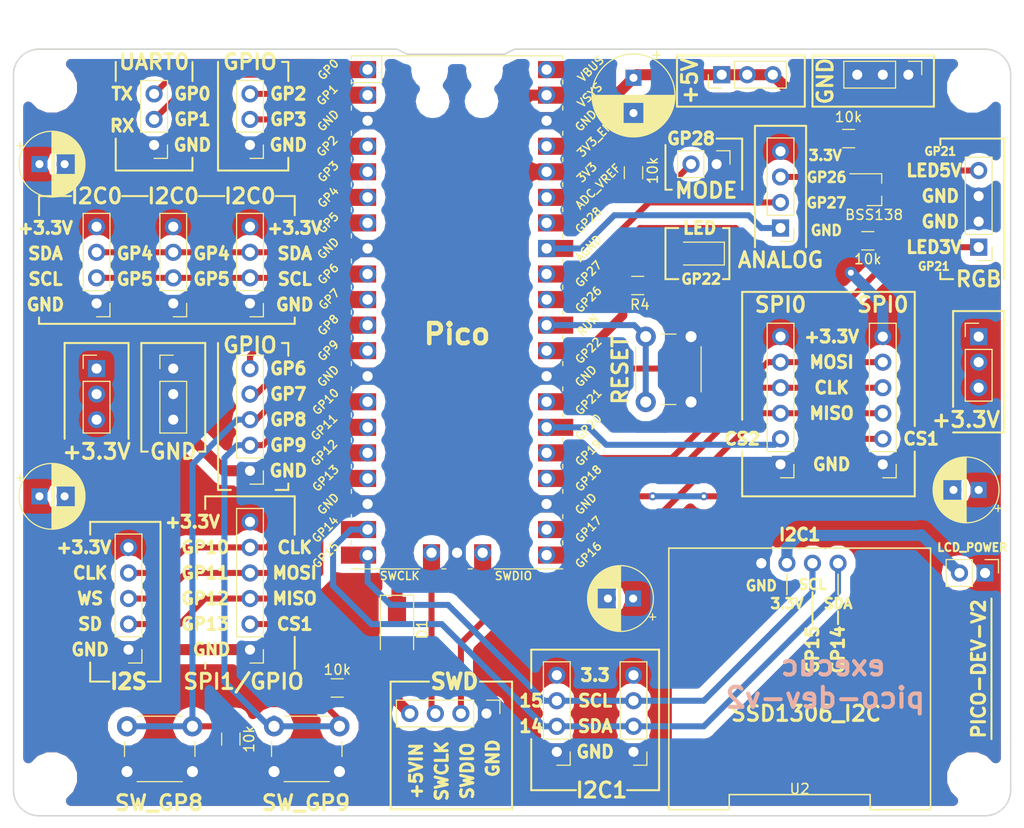
<source format=kicad_pcb>
(kicad_pcb (version 20171130) (host pcbnew 5.0.2+dfsg1-1)
  (layers (0 F.Cu signal) (31 B.Cu signal) (34 B.Paste user) (35 F.Paste user) (36 B.SilkS user) (37 F.SilkS user) (38 B.Mask user) (39 F.Mask user) (44 Edge.Cuts user))
  (net 0 "")
  (net 1 GND)
  (net 2 RUN)
  (net 3 MODE)
  (net 4 +5V)
  (net 5 +5VD)
  (net 6 SWCLK)
  (net 7 SWDIO)
  (net 8 +3V3)
  (net 9 ADC0)
  (net 10 AGND)
  (net 11 ADC1)
  (net 12 "Net-(U1-Pad35)")
  (net 13 "Net-(U1-Pad37)")
  (net 14 "Net-(U1-Pad40)")
  (net 15 GP9)
  (net 16 GP8)
  (net 17 SCL_0)
  (net 18 SDA_0)
  (net 19 U_RX)
  (net 20 U_TX)
  (net 21 SPI0_CS1)
  (net 22 SPI0_CS2)
  (net 23 SPI1_CS1_GP13)
  (net 24 "Net-(D2-Pad2)")
  (net 25 GP7)
  (net 26 GP6)
  (net 27 WS2812_3V)
  (net 28 WS2812B_5V)
  (net 29 GP2)
  (net 30 GP3)
  (net 31 LED)
  (net 32 SPI0_MISO)
  (net 33 SPI0_CK)
  (net 34 SPI0_MOSI)
  (net 35 SPI1_CK_GP10_I2S_CLK)
  (net 36 SPI1_MOSI_GP11_I2S_WS)
  (net 37 SPI1_MISO_GP12_I2S_SD)
  (net 38 "Net-(JP1-Pad2)")
  (net 39 SDA1_GP14)
  (net 40 SCL1_GP15)
  (module oled_ssd1306:ssd1306_I2c (layer F.Cu) (at 151.765 88.9)
    (fp_text reference U2 (at 0 10.033) (layer F.SilkS))
    (fp_text value SSD1306_I2C (at 0.635 2.54) (layer F.SilkS) (effects (font (size 1.5 1.5) (thickness 0.3))))
    (fp_text user SDA (at 3.81 -8.382) (layer F.SilkS) (effects (font (thickness 0.25))))
    (fp_text user SCL (at 1.27 -10.287) (layer F.SilkS) (effects (font (thickness 0.25))))
    (fp_text user 3.3V (at -1.27 -8.382) (layer F.SilkS) (effects (font (thickness 0.25))))
    (fp_text user GND (at -3.81 -10.16) (layer F.SilkS) (effects (font (thickness 0.25))))
    (pad 4 thru_hole circle (at 3.81 -12.4) (size 1.7 1.7) (drill 1.02) (layers *.Cu *.Mask) (net 39 SDA1_GP14))
    (pad 3 thru_hole circle (at 1.27 -12.4) (size 1.7 1.7) (drill 1.02) (layers *.Cu *.Mask) (net 40 SCL1_GP15))
    (pad 2 thru_hole circle (at -1.27 -12.4) (size 1.7 1.7) (drill 1.02) (layers *.Cu *.Mask) (net 38 "Net-(JP1-Pad2)"))
    (pad 1 thru_hole rect (at -3.81 -12.4) (size 1.7 1.7) (drill 1.02) (layers *.Cu *.Mask) (net 1 GND))
  )
  (module Resistor_SMD:R_1206_3216Metric_Pad1.42x1.75mm_HandSolder (layer F.Cu) (at 105.8275 88.9 180)
    (fp_text reference R2)
    (fp_text value 10k (at 0 1.82 180) (layer F.SilkS))
    (pad 2 smd roundrect (at 1.4875 0 180) (size 1.425 1.75) (layers F.Cu F.Paste F.Mask) (roundrect_rratio 0.175439) (net 15 GP9))
    (pad 1 smd roundrect (at -1.4875 0 180) (size 1.425 1.75) (layers F.Cu F.Paste F.Mask) (roundrect_rratio 0.175439) (net 8 +3V3))
  )
  (module Button_Switch_THT:SW_PUSH_6mm_H4.3mm (layer F.Cu) (at 136.47 60.475 90)
    (fp_text reference SW1)
    (fp_text value RESET (at 3.175 -2.54 90) (layer F.SilkS) (effects (font (size 1.5 1.5) (thickness 0.3))))
    (pad 2 thru_hole circle (at 0 4.5 180) (size 2 2) (drill 1.1) (layers *.Cu *.Mask) (net 1 GND))
    (pad 1 thru_hole circle (at 0 0 180) (size 2 2) (drill 1.1) (layers *.Cu *.Mask) (net 2 RUN))
    (pad 2 thru_hole circle (at 6.5 4.5 180) (size 2 2) (drill 1.1) (layers *.Cu *.Mask) (net 1 GND))
    (pad 1 thru_hole circle (at 6.5 0 180) (size 2 2) (drill 1.1) (layers *.Cu *.Mask) (net 2 RUN))
  )
  (module Resistor_SMD:R_1206_3216Metric_Pad1.42x1.75mm_HandSolder (layer F.Cu) (at 135.6725 48.895 180)
    (fp_text reference R4 (at -0.2175 -1.905 180) (layer F.SilkS))
    (fp_text value 470)
    (pad 2 smd roundrect (at 1.4875 0 180) (size 1.425 1.75) (layers F.Cu F.Paste F.Mask) (roundrect_rratio 0.175439) (net 31 LED))
    (pad 1 smd roundrect (at -1.4875 0 180) (size 1.425 1.75) (layers F.Cu F.Paste F.Mask) (roundrect_rratio 0.175439) (net 24 "Net-(D2-Pad2)"))
  )
  (module Connector_PinHeader_2.54mm:PinHeader_1x05_P2.54mm_Vertical (layer F.Cu) (at 97.155 67.31 180)
    (fp_text reference J18)
    (fp_text value GPIO (at 0 12.49 180) (layer F.SilkS) (effects (font (size 1.5 1.5) (thickness 0.3))))
    (pad 1 thru_hole rect (at 0 0 180) (size 1.7 1.7) (drill 1) (layers *.Cu *.Mask) (net 1 GND))
    (pad 2 thru_hole oval (at 0 2.54 180) (size 1.7 1.7) (drill 1) (layers *.Cu *.Mask) (net 15 GP9))
    (pad 3 thru_hole oval (at 0 5.08 180) (size 1.7 1.7) (drill 1) (layers *.Cu *.Mask) (net 16 GP8))
    (pad 4 thru_hole oval (at 0 7.62 180) (size 1.7 1.7) (drill 1) (layers *.Cu *.Mask) (net 25 GP7))
    (pad 5 thru_hole oval (at 0 10.16 180) (size 1.7 1.7) (drill 1) (layers *.Cu *.Mask) (net 26 GP6))
  )
  (module Connector_PinHeader_2.54mm:PinHeader_1x02_P2.54mm_Vertical (layer F.Cu) (at 143.51 36.83 270)
    (fp_text reference J1)
    (fp_text value MODE (at 2.6162 1.0414) (layer F.SilkS) (effects (font (size 1.5 1.5) (thickness 0.3))))
    (pad 1 thru_hole rect (at 0 0 270) (size 1.7 1.7) (drill 1) (layers *.Cu *.Mask) (net 1 GND))
    (pad 2 thru_hole oval (at 0 2.54 270) (size 1.7 1.7) (drill 1) (layers *.Cu *.Mask) (net 3 MODE))
  )
  (module MCU_RaspberryPi_and_Boards:RPi_Pico_SMD_TH (layer F.Cu) (at 117.729 51.562)
    (fp_text reference U1)
    (fp_text value Pico (at 0 2.159) (layer F.SilkS) (effects (font (size 2 2) (thickness 0.45))))
    (fp_text user GP1 (at -12.9 -21.6 45) (layer F.SilkS) (effects (font (size 0.8 0.8))))
    (fp_text user GP2 (at -12.9 -16.51 45) (layer F.SilkS) (effects (font (size 0.8 0.8))))
    (fp_text user GP0 (at -12.8 -24.13 45) (layer F.SilkS) (effects (font (size 0.8 0.8))))
    (fp_text user GP3 (at -12.8 -13.97 45) (layer F.SilkS) (effects (font (size 0.8 0.8))))
    (fp_text user GP4 (at -12.8 -11.43 45) (layer F.SilkS) (effects (font (size 0.8 0.8))))
    (fp_text user GP5 (at -12.8 -8.89 45) (layer F.SilkS) (effects (font (size 0.8 0.8))))
    (fp_text user GP6 (at -12.8 -3.81 45) (layer F.SilkS) (effects (font (size 0.8 0.8))))
    (fp_text user GP7 (at -12.7 -1.3 45) (layer F.SilkS) (effects (font (size 0.8 0.8))))
    (fp_text user GP8 (at -12.8 1.27 45) (layer F.SilkS) (effects (font (size 0.8 0.8))))
    (fp_text user GP9 (at -12.8 3.81 45) (layer F.SilkS) (effects (font (size 0.8 0.8))))
    (fp_text user GP10 (at -13.054 8.89 45) (layer F.SilkS) (effects (font (size 0.8 0.8))))
    (fp_text user GP11 (at -13.2 11.43 45) (layer F.SilkS) (effects (font (size 0.8 0.8))))
    (fp_text user GP12 (at -13.2 13.97 45) (layer F.SilkS) (effects (font (size 0.8 0.8))))
    (fp_text user GP13 (at -13.054 16.51 45) (layer F.SilkS) (effects (font (size 0.8 0.8))))
    (fp_text user GP14 (at -13.1 21.59 45) (layer F.SilkS) (effects (font (size 0.8 0.8))))
    (fp_text user GP15 (at -13.054 24.13 45) (layer F.SilkS) (effects (font (size 0.8 0.8))))
    (fp_text user GP16 (at 13.054 24.13 45) (layer F.SilkS) (effects (font (size 0.8 0.8))))
    (fp_text user GP17 (at 13.054 21.59 45) (layer F.SilkS) (effects (font (size 0.8 0.8))))
    (fp_text user GP18 (at 13.054 16.51 45) (layer F.SilkS) (effects (font (size 0.8 0.8))))
    (fp_text user GP19 (at 13.054 13.97 45) (layer F.SilkS) (effects (font (size 0.8 0.8))))
    (fp_text user GP20 (at 13.054 11.43 45) (layer F.SilkS) (effects (font (size 0.8 0.8))))
    (fp_text user GP21 (at 13.054 8.9 45) (layer F.SilkS) (effects (font (size 0.8 0.8))))
    (fp_text user GP22 (at 13.054 3.81 45) (layer F.SilkS) (effects (font (size 0.8 0.8))))
    (fp_text user RUN (at 13 1.27 45) (layer F.SilkS) (effects (font (size 0.8 0.8))))
    (fp_text user GP26 (at 13.054 -1.27 45) (layer F.SilkS) (effects (font (size 0.8 0.8))))
    (fp_text user GP27 (at 13.054 -3.8 45) (layer F.SilkS) (effects (font (size 0.8 0.8))))
    (fp_text user GP28 (at 13.054 -9.144 45) (layer F.SilkS) (effects (font (size 0.8 0.8))))
    (fp_text user ADC_VREF (at 14 -12.5 45) (layer F.SilkS) (effects (font (size 0.8 0.8))))
    (fp_text user 3V3 (at 12.9 -13.9 45) (layer F.SilkS) (effects (font (size 0.8 0.8))))
    (fp_text user 3V3_EN (at 13.7 -17.2 45) (layer F.SilkS) (effects (font (size 0.8 0.8))))
    (fp_text user VSYS (at 13.2 -21.59 45) (layer F.SilkS) (effects (font (size 0.8 0.8))))
    (fp_text user VBUS (at 13.3 -24.2 45) (layer F.SilkS) (effects (font (size 0.8 0.8))))
    (fp_text user GND (at -12.8 -19.05 45) (layer F.SilkS) (effects (font (size 0.8 0.8))))
    (fp_text user GND (at -12.8 -6.35 45) (layer F.SilkS) (effects (font (size 0.8 0.8))))
    (fp_text user GND (at -12.8 6.35 45) (layer F.SilkS) (effects (font (size 0.8 0.8))))
    (fp_text user GND (at -12.8 19.05 45) (layer F.SilkS) (effects (font (size 0.8 0.8))))
    (fp_text user GND (at 12.8 19.05 45) (layer F.SilkS) (effects (font (size 0.8 0.8))))
    (fp_text user GND (at 12.8 6.35 45) (layer F.SilkS) (effects (font (size 0.8 0.8))))
    (fp_text user GND (at 12.8 -19.05 45) (layer F.SilkS) (effects (font (size 0.8 0.8))))
    (fp_text user AGND (at 13.054 -6.35 45) (layer F.SilkS) (effects (font (size 0.8 0.8))))
    (fp_text user SWCLK (at -5.7 26.2) (layer F.SilkS) (effects (font (size 0.8 0.8))))
    (fp_text user SWDIO (at 5.6 26.2) (layer F.SilkS) (effects (font (size 0.8 0.8))))
    (pad 1 thru_hole oval (at -8.89 -24.13) (size 1.7 1.7) (drill 1.02) (layers *.Cu *.Mask) (net 20 U_TX))
    (pad 2 thru_hole oval (at -8.89 -21.59) (size 1.7 1.7) (drill 1.02) (layers *.Cu *.Mask) (net 19 U_RX))
    (pad 3 thru_hole rect (at -8.89 -19.05) (size 1.7 1.7) (drill 1.02) (layers *.Cu *.Mask) (net 1 GND))
    (pad 4 thru_hole oval (at -8.89 -16.51) (size 1.7 1.7) (drill 1.02) (layers *.Cu *.Mask) (net 29 GP2))
    (pad 5 thru_hole oval (at -8.89 -13.97) (size 1.7 1.7) (drill 1.02) (layers *.Cu *.Mask) (net 30 GP3))
    (pad 6 thru_hole oval (at -8.89 -11.43) (size 1.7 1.7) (drill 1.02) (layers *.Cu *.Mask) (net 18 SDA_0))
    (pad 7 thru_hole oval (at -8.89 -8.89) (size 1.7 1.7) (drill 1.02) (layers *.Cu *.Mask) (net 17 SCL_0))
    (pad 8 thru_hole rect (at -8.89 -6.35) (size 1.7 1.7) (drill 1.02) (layers *.Cu *.Mask) (net 1 GND))
    (pad 9 thru_hole oval (at -8.89 -3.81) (size 1.7 1.7) (drill 1.02) (layers *.Cu *.Mask) (net 26 GP6))
    (pad 10 thru_hole oval (at -8.89 -1.27) (size 1.7 1.7) (drill 1.02) (layers *.Cu *.Mask) (net 25 GP7))
    (pad 11 thru_hole oval (at -8.89 1.27) (size 1.7 1.7) (drill 1.02) (layers *.Cu *.Mask) (net 16 GP8))
    (pad 12 thru_hole oval (at -8.89 3.81) (size 1.7 1.7) (drill 1.02) (layers *.Cu *.Mask) (net 15 GP9))
    (pad 13 thru_hole rect (at -8.89 6.35) (size 1.7 1.7) (drill 1.02) (layers *.Cu *.Mask) (net 1 GND))
    (pad 14 thru_hole oval (at -8.89 8.89) (size 1.7 1.7) (drill 1.02) (layers *.Cu *.Mask) (net 35 SPI1_CK_GP10_I2S_CLK))
    (pad 15 thru_hole oval (at -8.89 11.43) (size 1.7 1.7) (drill 1.02) (layers *.Cu *.Mask) (net 36 SPI1_MOSI_GP11_I2S_WS))
    (pad 16 thru_hole oval (at -8.89 13.97) (size 1.7 1.7) (drill 1.02) (layers *.Cu *.Mask) (net 37 SPI1_MISO_GP12_I2S_SD))
    (pad 17 thru_hole oval (at -8.89 16.51) (size 1.7 1.7) (drill 1.02) (layers *.Cu *.Mask) (net 23 SPI1_CS1_GP13))
    (pad 18 thru_hole rect (at -8.89 19.05) (size 1.7 1.7) (drill 1.02) (layers *.Cu *.Mask) (net 1 GND))
    (pad 19 thru_hole oval (at -8.89 21.59) (size 1.7 1.7) (drill 1.02) (layers *.Cu *.Mask) (net 39 SDA1_GP14))
    (pad 20 thru_hole oval (at -8.89 24.13) (size 1.7 1.7) (drill 1.02) (layers *.Cu *.Mask) (net 40 SCL1_GP15))
    (pad 21 thru_hole oval (at 8.89 24.13) (size 1.7 1.7) (drill 1.02) (layers *.Cu *.Mask) (net 32 SPI0_MISO))
    (pad 22 thru_hole oval (at 8.89 21.59) (size 1.7 1.7) (drill 1.02) (layers *.Cu *.Mask) (net 21 SPI0_CS1))
    (pad 23 thru_hole rect (at 8.89 19.05) (size 1.7 1.7) (drill 1.02) (layers *.Cu *.Mask) (net 1 GND))
    (pad 24 thru_hole oval (at 8.89 16.51) (size 1.7 1.7) (drill 1.02) (layers *.Cu *.Mask) (net 33 SPI0_CK))
    (pad 25 thru_hole oval (at 8.89 13.97) (size 1.7 1.7) (drill 1.02) (layers *.Cu *.Mask) (net 34 SPI0_MOSI))
    (pad 26 thru_hole oval (at 8.89 11.43) (size 1.7 1.7) (drill 1.02) (layers *.Cu *.Mask) (net 22 SPI0_CS2))
    (pad 27 thru_hole oval (at 8.89 8.89) (size 1.7 1.7) (drill 1.02) (layers *.Cu *.Mask) (net 27 WS2812_3V))
    (pad 28 thru_hole rect (at 8.89 6.35) (size 1.7 1.7) (drill 1.02) (layers *.Cu *.Mask) (net 1 GND))
    (pad 29 thru_hole oval (at 8.89 3.81) (size 1.7 1.7) (drill 1.02) (layers *.Cu *.Mask) (net 31 LED))
    (pad 30 thru_hole oval (at 8.89 1.27) (size 1.7 1.7) (drill 1.02) (layers *.Cu *.Mask) (net 2 RUN))
    (pad 31 thru_hole oval (at 8.89 -1.27) (size 1.7 1.7) (drill 1.02) (layers *.Cu *.Mask) (net 9 ADC0))
    (pad 32 thru_hole oval (at 8.89 -3.81) (size 1.7 1.7) (drill 1.02) (layers *.Cu *.Mask) (net 11 ADC1))
    (pad 33 thru_hole rect (at 8.89 -6.35) (size 1.7 1.7) (drill 1.02) (layers *.Cu *.Mask) (net 10 AGND))
    (pad 34 thru_hole oval (at 8.89 -8.89) (size 1.7 1.7) (drill 1.02) (layers *.Cu *.Mask) (net 3 MODE))
    (pad 35 thru_hole oval (at 8.89 -11.43) (size 1.7 1.7) (drill 1.02) (layers *.Cu *.Mask) (net 12 "Net-(U1-Pad35)"))
    (pad 36 thru_hole oval (at 8.89 -13.97) (size 1.7 1.7) (drill 1.02) (layers *.Cu *.Mask) (net 8 +3V3))
    (pad 37 thru_hole oval (at 8.89 -16.51) (size 1.7 1.7) (drill 1.02) (layers *.Cu *.Mask) (net 13 "Net-(U1-Pad37)"))
    (pad 38 thru_hole rect (at 8.89 -19.05) (size 1.7 1.7) (drill 1.02) (layers *.Cu *.Mask) (net 1 GND))
    (pad 39 thru_hole oval (at 8.89 -21.59) (size 1.7 1.7) (drill 1.02) (layers *.Cu *.Mask) (net 4 +5V))
    (pad 40 thru_hole oval (at 8.89 -24.13) (size 1.7 1.7) (drill 1.02) (layers *.Cu *.Mask) (net 14 "Net-(U1-Pad40)"))
    (pad 1 smd rect (at -8.89 -24.13) (size 3.5 1.7) (drill (offset -0.9 0)) (layers F.Cu F.Mask) (net 20 U_TX))
    (pad 2 smd rect (at -8.89 -21.59) (size 3.5 1.7) (drill (offset -0.9 0)) (layers F.Cu F.Mask) (net 19 U_RX))
    (pad 3 smd rect (at -8.89 -19.05) (size 3.5 1.7) (drill (offset -0.9 0)) (layers F.Cu F.Mask) (net 1 GND))
    (pad 4 smd rect (at -8.89 -16.51) (size 3.5 1.7) (drill (offset -0.9 0)) (layers F.Cu F.Mask) (net 29 GP2))
    (pad 5 smd rect (at -8.89 -13.97) (size 3.5 1.7) (drill (offset -0.9 0)) (layers F.Cu F.Mask) (net 30 GP3))
    (pad 6 smd rect (at -8.89 -11.43) (size 3.5 1.7) (drill (offset -0.9 0)) (layers F.Cu F.Mask) (net 18 SDA_0))
    (pad 7 smd rect (at -8.89 -8.89) (size 3.5 1.7) (drill (offset -0.9 0)) (layers F.Cu F.Mask) (net 17 SCL_0))
    (pad 8 smd rect (at -8.89 -6.35) (size 3.5 1.7) (drill (offset -0.9 0)) (layers F.Cu F.Mask) (net 1 GND))
    (pad 9 smd rect (at -8.89 -3.81) (size 3.5 1.7) (drill (offset -0.9 0)) (layers F.Cu F.Mask) (net 26 GP6))
    (pad 10 smd rect (at -8.89 -1.27) (size 3.5 1.7) (drill (offset -0.9 0)) (layers F.Cu F.Mask) (net 25 GP7))
    (pad 11 smd rect (at -8.89 1.27) (size 3.5 1.7) (drill (offset -0.9 0)) (layers F.Cu F.Mask) (net 16 GP8))
    (pad 12 smd rect (at -8.89 3.81) (size 3.5 1.7) (drill (offset -0.9 0)) (layers F.Cu F.Mask) (net 15 GP9))
    (pad 13 smd rect (at -8.89 6.35) (size 3.5 1.7) (drill (offset -0.9 0)) (layers F.Cu F.Mask) (net 1 GND))
    (pad 14 smd rect (at -8.89 8.89) (size 3.5 1.7) (drill (offset -0.9 0)) (layers F.Cu F.Mask) (net 35 SPI1_CK_GP10_I2S_CLK))
    (pad 15 smd rect (at -8.89 11.43) (size 3.5 1.7) (drill (offset -0.9 0)) (layers F.Cu F.Mask) (net 36 SPI1_MOSI_GP11_I2S_WS))
    (pad 16 smd rect (at -8.89 13.97) (size 3.5 1.7) (drill (offset -0.9 0)) (layers F.Cu F.Mask) (net 37 SPI1_MISO_GP12_I2S_SD))
    (pad 17 smd rect (at -8.89 16.51) (size 3.5 1.7) (drill (offset -0.9 0)) (layers F.Cu F.Mask) (net 23 SPI1_CS1_GP13))
    (pad 18 smd rect (at -8.89 19.05) (size 3.5 1.7) (drill (offset -0.9 0)) (layers F.Cu F.Mask) (net 1 GND))
    (pad 19 smd rect (at -8.89 21.59) (size 3.5 1.7) (drill (offset -0.9 0)) (layers F.Cu F.Mask) (net 39 SDA1_GP14))
    (pad 20 smd rect (at -8.89 24.13) (size 3.5 1.7) (drill (offset -0.9 0)) (layers F.Cu F.Mask) (net 40 SCL1_GP15))
    (pad 40 smd rect (at 8.89 -24.13) (size 3.5 1.7) (drill (offset 0.9 0)) (layers F.Cu F.Mask) (net 14 "Net-(U1-Pad40)"))
    (pad 39 smd rect (at 8.89 -21.59) (size 3.5 1.7) (drill (offset 0.9 0)) (layers F.Cu F.Mask) (net 4 +5V))
    (pad 38 smd rect (at 8.89 -19.05) (size 3.5 1.7) (drill (offset 0.9 0)) (layers F.Cu F.Mask) (net 1 GND))
    (pad 37 smd rect (at 8.89 -16.51) (size 3.5 1.7) (drill (offset 0.9 0)) (layers F.Cu F.Mask) (net 13 "Net-(U1-Pad37)"))
    (pad 36 smd rect (at 8.89 -13.97) (size 3.5 1.7) (drill (offset 0.9 0)) (layers F.Cu F.Mask) (net 8 +3V3))
    (pad 35 smd rect (at 8.89 -11.43) (size 3.5 1.7) (drill (offset 0.9 0)) (layers F.Cu F.Mask) (net 12 "Net-(U1-Pad35)"))
    (pad 34 smd rect (at 8.89 -8.89) (size 3.5 1.7) (drill (offset 0.9 0)) (layers F.Cu F.Mask) (net 3 MODE))
    (pad 33 smd rect (at 8.89 -6.35) (size 3.5 1.7) (drill (offset 0.9 0)) (layers F.Cu F.Mask) (net 10 AGND))
    (pad 32 smd rect (at 8.89 -3.81) (size 3.5 1.7) (drill (offset 0.9 0)) (layers F.Cu F.Mask) (net 11 ADC1))
    (pad 31 smd rect (at 8.89 -1.27) (size 3.5 1.7) (drill (offset 0.9 0)) (layers F.Cu F.Mask) (net 9 ADC0))
    (pad 30 smd rect (at 8.89 1.27) (size 3.5 1.7) (drill (offset 0.9 0)) (layers F.Cu F.Mask) (net 2 RUN))
    (pad 29 smd rect (at 8.89 3.81) (size 3.5 1.7) (drill (offset 0.9 0)) (layers F.Cu F.Mask) (net 31 LED))
    (pad 28 smd rect (at 8.89 6.35) (size 3.5 1.7) (drill (offset 0.9 0)) (layers F.Cu F.Mask) (net 1 GND))
    (pad 27 smd rect (at 8.89 8.89) (size 3.5 1.7) (drill (offset 0.9 0)) (layers F.Cu F.Mask) (net 27 WS2812_3V))
    (pad 26 smd rect (at 8.89 11.43) (size 3.5 1.7) (drill (offset 0.9 0)) (layers F.Cu F.Mask) (net 22 SPI0_CS2))
    (pad 25 smd rect (at 8.89 13.97) (size 3.5 1.7) (drill (offset 0.9 0)) (layers F.Cu F.Mask) (net 34 SPI0_MOSI))
    (pad 24 smd rect (at 8.89 16.51) (size 3.5 1.7) (drill (offset 0.9 0)) (layers F.Cu F.Mask) (net 33 SPI0_CK))
    (pad 23 smd rect (at 8.89 19.05) (size 3.5 1.7) (drill (offset 0.9 0)) (layers F.Cu F.Mask) (net 1 GND))
    (pad 22 smd rect (at 8.89 21.59) (size 3.5 1.7) (drill (offset 0.9 0)) (layers F.Cu F.Mask) (net 21 SPI0_CS1))
    (pad 21 smd rect (at 8.89 24.13) (size 3.5 1.7) (drill (offset 0.9 0)) (layers F.Cu F.Mask) (net 32 SPI0_MISO))
    (pad "" np_thru_hole oval (at -2.725 -24) (size 1.8 1.8) (drill 1.8) (layers *.Cu *.Mask))
    (pad "" np_thru_hole oval (at 2.725 -24) (size 1.8 1.8) (drill 1.8) (layers *.Cu *.Mask))
    (pad "" np_thru_hole oval (at -2.425 -20.97) (size 1.5 1.5) (drill 1.5) (layers *.Cu *.Mask))
    (pad "" np_thru_hole oval (at 2.425 -20.97) (size 1.5 1.5) (drill 1.5) (layers *.Cu *.Mask))
    (pad 41 smd rect (at -2.54 23.9 90) (size 3.5 1.7) (drill (offset -0.9 0)) (layers F.Cu F.Mask) (net 6 SWCLK))
    (pad 41 thru_hole oval (at -2.54 23.9) (size 1.7 1.7) (drill 1.02) (layers *.Cu *.Mask) (net 6 SWCLK))
    (pad 42 smd rect (at 0 23.9 90) (size 3.5 1.7) (drill (offset -0.9 0)) (layers F.Cu F.Mask) (net 1 GND))
    (pad 42 thru_hole rect (at 0 23.9) (size 1.7 1.7) (drill 1.02) (layers *.Cu *.Mask) (net 1 GND))
    (pad 43 smd rect (at 2.54 23.9 90) (size 3.5 1.7) (drill (offset -0.9 0)) (layers F.Cu F.Mask) (net 7 SWDIO))
    (pad 43 thru_hole oval (at 2.54 23.9) (size 1.7 1.7) (drill 1.02) (layers *.Cu *.Mask) (net 7 SWDIO))
  )
  (module Connector_PinHeader_2.54mm:PinHeader_1x04_P2.54mm_Vertical (layer F.Cu) (at 97.155 50.673 180)
    (fp_text reference J5)
    (fp_text value I2C0 (at 0 10.668 180) (layer F.SilkS) (effects (font (size 1.5 1.5) (thickness 0.3))))
    (pad 1 thru_hole rect (at 0 0 180) (size 1.7 1.7) (drill 1) (layers *.Cu *.Mask) (net 1 GND))
    (pad 2 thru_hole oval (at 0 2.54 180) (size 1.7 1.7) (drill 1) (layers *.Cu *.Mask) (net 17 SCL_0))
    (pad 3 thru_hole oval (at 0 5.08 180) (size 1.7 1.7) (drill 1) (layers *.Cu *.Mask) (net 18 SDA_0))
    (pad 4 thru_hole oval (at 0 7.62 180) (size 1.7 1.7) (drill 1) (layers *.Cu *.Mask) (net 8 +3V3))
  )
  (module Connector_PinHeader_2.54mm:PinHeader_1x04_P2.54mm_Vertical (layer F.Cu) (at 89.535 50.673 180)
    (fp_text reference J6)
    (fp_text value I2C0 (at 0 10.668 180) (layer F.SilkS) (effects (font (size 1.5 1.5) (thickness 0.3))))
    (pad 4 thru_hole oval (at 0 7.62 180) (size 1.7 1.7) (drill 1) (layers *.Cu *.Mask) (net 8 +3V3))
    (pad 3 thru_hole oval (at 0 5.08 180) (size 1.7 1.7) (drill 1) (layers *.Cu *.Mask) (net 18 SDA_0))
    (pad 2 thru_hole oval (at 0 2.54 180) (size 1.7 1.7) (drill 1) (layers *.Cu *.Mask) (net 17 SCL_0))
    (pad 1 thru_hole rect (at 0 0 180) (size 1.7 1.7) (drill 1) (layers *.Cu *.Mask) (net 1 GND))
  )
  (module Connector_PinHeader_2.54mm:PinHeader_1x04_P2.54mm_Vertical (layer F.Cu) (at 81.915 50.673 180)
    (fp_text reference J7)
    (fp_text value I2C0 (at 0 10.668 180) (layer F.SilkS) (effects (font (size 1.5 1.5) (thickness 0.3))))
    (pad 1 thru_hole rect (at 0 0 180) (size 1.7 1.7) (drill 1) (layers *.Cu *.Mask) (net 1 GND))
    (pad 2 thru_hole oval (at 0 2.54 180) (size 1.7 1.7) (drill 1) (layers *.Cu *.Mask) (net 17 SCL_0))
    (pad 3 thru_hole oval (at 0 5.08 180) (size 1.7 1.7) (drill 1) (layers *.Cu *.Mask) (net 18 SDA_0))
    (pad 4 thru_hole oval (at 0 7.62 180) (size 1.7 1.7) (drill 1) (layers *.Cu *.Mask) (net 8 +3V3))
  )
  (module Connector_PinHeader_2.54mm:PinHeader_1x03_P2.54mm_Vertical (layer F.Cu) (at 87.63 34.925 180)
    (fp_text reference J8)
    (fp_text value UART0 (at 0 8.255 180) (layer F.SilkS) (effects (font (size 1.5 1.5) (thickness 0.3))))
    (pad 3 thru_hole oval (at 0 5.08 180) (size 1.7 1.7) (drill 1) (layers *.Cu *.Mask) (net 20 U_TX))
    (pad 2 thru_hole oval (at 0 2.54 180) (size 1.7 1.7) (drill 1) (layers *.Cu *.Mask) (net 19 U_RX))
    (pad 1 thru_hole rect (at 0 0 180) (size 1.7 1.7) (drill 1) (layers *.Cu *.Mask) (net 1 GND))
  )
  (module Connector_PinHeader_2.54mm:PinHeader_1x06_P2.54mm_Vertical (layer F.Cu) (at 160.02 66.675 180)
    (fp_text reference J9)
    (fp_text value SPI0 (at 0 15.875 180) (layer F.SilkS) (effects (font (size 1.5 1.5) (thickness 0.3))))
    (pad 1 thru_hole rect (at 0 0 180) (size 1.7 1.7) (drill 1) (layers *.Cu *.Mask) (net 1 GND))
    (pad 2 thru_hole oval (at 0 2.54 180) (size 1.7 1.7) (drill 1) (layers *.Cu *.Mask) (net 21 SPI0_CS1))
    (pad 3 thru_hole oval (at 0 5.08 180) (size 1.7 1.7) (drill 1) (layers *.Cu *.Mask) (net 32 SPI0_MISO))
    (pad 4 thru_hole oval (at 0 7.62 180) (size 1.7 1.7) (drill 1) (layers *.Cu *.Mask) (net 33 SPI0_CK))
    (pad 5 thru_hole oval (at 0 10.16 180) (size 1.7 1.7) (drill 1) (layers *.Cu *.Mask) (net 34 SPI0_MOSI))
    (pad 6 thru_hole oval (at 0 12.7 180) (size 1.7 1.7) (drill 1) (layers *.Cu *.Mask) (net 8 +3V3))
  )
  (module Connector_PinHeader_2.54mm:PinHeader_1x06_P2.54mm_Vertical (layer F.Cu) (at 149.86 66.675 180)
    (fp_text reference J10)
    (fp_text value SPI0 (at 0 15.875 180) (layer F.SilkS) (effects (font (size 1.5 1.5) (thickness 0.3))))
    (pad 1 thru_hole rect (at 0 0 180) (size 1.7 1.7) (drill 1) (layers *.Cu *.Mask) (net 1 GND))
    (pad 2 thru_hole oval (at 0 2.54 180) (size 1.7 1.7) (drill 1) (layers *.Cu *.Mask) (net 22 SPI0_CS2))
    (pad 3 thru_hole oval (at 0 5.08 180) (size 1.7 1.7) (drill 1) (layers *.Cu *.Mask) (net 32 SPI0_MISO))
    (pad 4 thru_hole oval (at 0 7.62 180) (size 1.7 1.7) (drill 1) (layers *.Cu *.Mask) (net 33 SPI0_CK))
    (pad 5 thru_hole oval (at 0 10.16 180) (size 1.7 1.7) (drill 1) (layers *.Cu *.Mask) (net 34 SPI0_MOSI))
    (pad 6 thru_hole oval (at 0 12.7 180) (size 1.7 1.7) (drill 1) (layers *.Cu *.Mask) (net 8 +3V3))
  )
  (module Connector_PinHeader_2.54mm:PinHeader_1x06_P2.54mm_Vertical (layer F.Cu) (at 97.155 85.09 180)
    (fp_text reference J12)
    (fp_text value SPI1/GPIO (at 0.635 -3.175 180) (layer F.SilkS) (effects (font (size 1.5 1.5) (thickness 0.3))))
    (pad 1 thru_hole rect (at 0 0 180) (size 1.7 1.7) (drill 1) (layers *.Cu *.Mask) (net 1 GND))
    (pad 2 thru_hole oval (at 0 2.54 180) (size 1.7 1.7) (drill 1) (layers *.Cu *.Mask) (net 23 SPI1_CS1_GP13))
    (pad 3 thru_hole oval (at 0 5.08 180) (size 1.7 1.7) (drill 1) (layers *.Cu *.Mask) (net 37 SPI1_MISO_GP12_I2S_SD))
    (pad 4 thru_hole oval (at 0 7.62 180) (size 1.7 1.7) (drill 1) (layers *.Cu *.Mask) (net 36 SPI1_MOSI_GP11_I2S_WS))
    (pad 5 thru_hole oval (at 0 10.16 180) (size 1.7 1.7) (drill 1) (layers *.Cu *.Mask) (net 35 SPI1_CK_GP10_I2S_CLK))
    (pad 6 thru_hole oval (at 0 12.7 180) (size 1.7 1.7) (drill 1) (layers *.Cu *.Mask) (net 8 +3V3))
  )
  (module Connector_PinHeader_2.54mm:PinHeader_1x03_P2.54mm_Vertical (layer F.Cu) (at 81.915 57.15)
    (fp_text reference J13)
    (fp_text value +3.3V (at 0 8.255) (layer F.SilkS) (effects (font (size 1.5 1.5) (thickness 0.3))))
    (pad 3 thru_hole oval (at 0 5.08) (size 1.7 1.7) (drill 1) (layers *.Cu *.Mask) (net 8 +3V3))
    (pad 2 thru_hole oval (at 0 2.54) (size 1.7 1.7) (drill 1) (layers *.Cu *.Mask) (net 8 +3V3))
    (pad 1 thru_hole rect (at 0 0) (size 1.7 1.7) (drill 1) (layers *.Cu *.Mask) (net 8 +3V3))
  )
  (module Connector_PinHeader_2.54mm:PinHeader_1x03_P2.54mm_Vertical (layer F.Cu) (at 144.018 27.94 90)
    (fp_text reference J14)
    (fp_text value +5V (at -0.635 -3.175 90) (layer F.SilkS) (effects (font (size 1.5 1.5) (thickness 0.3))))
    (pad 1 thru_hole rect (at 0 0 90) (size 1.7 1.7) (drill 1) (layers *.Cu *.Mask) (net 4 +5V))
    (pad 2 thru_hole oval (at 0 2.54 90) (size 1.7 1.7) (drill 1) (layers *.Cu *.Mask) (net 4 +5V))
    (pad 3 thru_hole oval (at 0 5.08 90) (size 1.7 1.7) (drill 1) (layers *.Cu *.Mask) (net 4 +5V))
  )
  (module Connector_PinHeader_2.54mm:PinHeader_1x03_P2.54mm_Vertical (layer F.Cu) (at 162.56 27.94 270)
    (fp_text reference J15)
    (fp_text value GND (at 0.635 8.255 270) (layer F.SilkS) (effects (font (size 1.5 1.5) (thickness 0.3))))
    (pad 1 thru_hole rect (at 0 0 270) (size 1.7 1.7) (drill 1) (layers *.Cu *.Mask) (net 1 GND))
    (pad 2 thru_hole oval (at 0 2.54 270) (size 1.7 1.7) (drill 1) (layers *.Cu *.Mask) (net 1 GND))
    (pad 3 thru_hole oval (at 0 5.08 270) (size 1.7 1.7) (drill 1) (layers *.Cu *.Mask) (net 1 GND))
  )
  (module MountingHole:MountingHole_3.2mm_M3 (layer F.Cu) (at 77.47 29.21)
    (fp_text reference H1)
    (fp_text value MountingHole)
    (pad 1 np_thru_hole circle (at 0 0) (size 3.2 3.2) (drill 3.2) (layers *.Cu *.Mask))
  )
  (module MountingHole:MountingHole_3.2mm_M3 (layer F.Cu) (at 168.91 29.21)
    (fp_text reference H2)
    (fp_text value MountingHole)
    (pad 1 np_thru_hole circle (at 0 0) (size 3.2 3.2) (drill 3.2) (layers *.Cu *.Mask))
  )
  (module MountingHole:MountingHole_3.2mm_M3 (layer F.Cu) (at 168.91 97.79)
    (fp_text reference H3)
    (fp_text value MountingHole)
    (pad 1 np_thru_hole circle (at 0 0) (size 3.2 3.2) (drill 3.2) (layers *.Cu *.Mask))
  )
  (module MountingHole:MountingHole_3.2mm_M3 (layer F.Cu) (at 77.47 97.79)
    (fp_text reference H4)
    (fp_text value MountingHole)
    (pad 1 np_thru_hole circle (at 0 0) (size 3.2 3.2) (drill 3.2) (layers *.Cu *.Mask))
  )
  (module Connector_PinHeader_2.54mm:PinHeader_1x03_P2.54mm_Vertical (layer F.Cu) (at 89.535 57.15)
    (fp_text reference J16)
    (fp_text value GND (at 0 8.255) (layer F.SilkS) (effects (font (size 1.5 1.5) (thickness 0.3))))
    (pad 1 thru_hole rect (at 0 0) (size 1.7 1.7) (drill 1) (layers *.Cu *.Mask) (net 1 GND))
    (pad 2 thru_hole oval (at 0 2.54) (size 1.7 1.7) (drill 1) (layers *.Cu *.Mask) (net 1 GND))
    (pad 3 thru_hole oval (at 0 5.08) (size 1.7 1.7) (drill 1) (layers *.Cu *.Mask) (net 1 GND))
  )
  (module Connector_PinHeader_2.54mm:PinHeader_1x03_P2.54mm_Vertical (layer F.Cu) (at 169.545 53.975)
    (fp_text reference J17)
    (fp_text value +3.3V (at -1.27 8.255) (layer F.SilkS) (effects (font (size 1.5 1.5) (thickness 0.3))))
    (pad 3 thru_hole oval (at 0 5.08) (size 1.7 1.7) (drill 1) (layers *.Cu *.Mask) (net 8 +3V3))
    (pad 2 thru_hole oval (at 0 2.54) (size 1.7 1.7) (drill 1) (layers *.Cu *.Mask) (net 8 +3V3))
    (pad 1 thru_hole rect (at 0 0) (size 1.7 1.7) (drill 1) (layers *.Cu *.Mask) (net 8 +3V3))
  )
  (module Diode_SMD:D_SMA (layer F.Cu) (at 111.76 83.09 270)
    (fp_text reference D1 (at 0 -2.5 270) (layer F.SilkS))
    (fp_text value SS14)
    (pad 1 smd rect (at -2 0 270) (size 2.5 1.8) (layers F.Cu F.Paste F.Mask) (net 4 +5V))
    (pad 2 smd rect (at 2 0 270) (size 2.5 1.8) (layers F.Cu F.Paste F.Mask) (net 5 +5VD))
  )
  (module Button_Switch_THT:SW_PUSH_6mm_H4.3mm (layer F.Cu) (at 99.545 92.71)
    (fp_text reference SW2)
    (fp_text value SW_GP9 (at 3.175 7.62) (layer F.SilkS) (effects (font (size 1.5 1.5) (thickness 0.3))))
    (pad 1 thru_hole circle (at 6.5 0 90) (size 2 2) (drill 1.1) (layers *.Cu *.Mask) (net 15 GP9))
    (pad 2 thru_hole circle (at 6.5 4.5 90) (size 2 2) (drill 1.1) (layers *.Cu *.Mask) (net 1 GND))
    (pad 1 thru_hole circle (at 0 0 90) (size 2 2) (drill 1.1) (layers *.Cu *.Mask) (net 15 GP9))
    (pad 2 thru_hole circle (at 0 4.5 90) (size 2 2) (drill 1.1) (layers *.Cu *.Mask) (net 1 GND))
  )
  (module Button_Switch_THT:SW_PUSH_6mm_H4.3mm (layer F.Cu) (at 84.94 92.71)
    (fp_text reference SW3)
    (fp_text value SW_GP8 (at 3.175 7.62) (layer F.SilkS) (effects (font (size 1.5 1.5) (thickness 0.3))))
    (pad 2 thru_hole circle (at 0 4.5 90) (size 2 2) (drill 1.1) (layers *.Cu *.Mask) (net 1 GND))
    (pad 1 thru_hole circle (at 0 0 90) (size 2 2) (drill 1.1) (layers *.Cu *.Mask) (net 16 GP8))
    (pad 2 thru_hole circle (at 6.5 4.5 90) (size 2 2) (drill 1.1) (layers *.Cu *.Mask) (net 1 GND))
    (pad 1 thru_hole circle (at 6.5 0 90) (size 2 2) (drill 1.1) (layers *.Cu *.Mask) (net 16 GP8))
  )
  (module Capacitor_THT:CP_Radial_D8.0mm_P3.50mm (layer F.Cu) (at 135.255 28.25 270)
    (fp_text reference C1)
    (fp_text value CP)
    (pad 1 thru_hole rect (at 0 0 270) (size 1.6 1.6) (drill 0.8) (layers *.Cu *.Mask) (net 4 +5V))
    (pad 2 thru_hole circle (at 3.5 0 270) (size 1.6 1.6) (drill 0.8) (layers *.Cu *.Mask) (net 1 GND))
  )
  (module Connector_PinHeader_2.54mm:PinHeader_1x03_P2.54mm_Vertical (layer F.Cu) (at 97.155 34.925 180)
    (fp_text reference J20)
    (fp_text value GPIO (at 0 8.255 180) (layer F.SilkS) (effects (font (size 1.5 1.5) (thickness 0.3))))
    (pad 1 thru_hole rect (at 0 0 180) (size 1.7 1.7) (drill 1) (layers *.Cu *.Mask) (net 1 GND))
    (pad 2 thru_hole oval (at 0 2.54 180) (size 1.7 1.7) (drill 1) (layers *.Cu *.Mask) (net 30 GP3))
    (pad 3 thru_hole oval (at 0 5.08 180) (size 1.7 1.7) (drill 1) (layers *.Cu *.Mask) (net 29 GP2))
  )
  (module Package_TO_SOT_SMD:SOT-23_Handsoldering (layer F.Cu) (at 159.155 39.37)
    (fp_text reference Q1)
    (fp_text value BSS138 (at 0 2.5) (layer F.SilkS))
    (pad 1 smd rect (at -1.5 -0.95) (size 1.9 0.8) (layers F.Cu F.Paste F.Mask) (net 8 +3V3))
    (pad 2 smd rect (at -1.5 0.95) (size 1.9 0.8) (layers F.Cu F.Paste F.Mask) (net 27 WS2812_3V))
    (pad 3 smd rect (at 1.5 0) (size 1.9 0.8) (layers F.Cu F.Paste F.Mask) (net 28 WS2812B_5V))
  )
  (module Resistor_SMD:R_1206_3216Metric_Pad1.42x1.75mm_HandSolder (layer F.Cu) (at 135.255 37.6825 270)
    (fp_text reference R1)
    (fp_text value 10k (at -0.2175 -1.905 270) (layer F.SilkS))
    (pad 1 smd roundrect (at -1.4875 0 270) (size 1.425 1.75) (layers F.Cu F.Paste F.Mask) (roundrect_rratio 0.175439) (net 8 +3V3))
    (pad 2 smd roundrect (at 1.4875 0 270) (size 1.425 1.75) (layers F.Cu F.Paste F.Mask) (roundrect_rratio 0.175439) (net 3 MODE))
  )
  (module Resistor_SMD:R_1206_3216Metric_Pad1.42x1.75mm_HandSolder (layer F.Cu) (at 95.25 93.98 90)
    (fp_text reference R3)
    (fp_text value 10k (at 0 1.82 90) (layer F.SilkS))
    (pad 2 smd roundrect (at 1.4875 0 90) (size 1.425 1.75) (layers F.Cu F.Paste F.Mask) (roundrect_rratio 0.175439) (net 16 GP8))
    (pad 1 smd roundrect (at -1.4875 0 90) (size 1.425 1.75) (layers F.Cu F.Paste F.Mask) (roundrect_rratio 0.175439) (net 8 +3V3))
  )
  (module Resistor_SMD:R_1206_3216Metric_Pad1.42x1.75mm_HandSolder (layer F.Cu) (at 158.5325 44.45)
    (fp_text reference R5)
    (fp_text value 10k (at 0 1.82) (layer F.SilkS))
    (pad 1 smd roundrect (at -1.4875 0) (size 1.425 1.75) (layers F.Cu F.Paste F.Mask) (roundrect_rratio 0.175439) (net 8 +3V3))
    (pad 2 smd roundrect (at 1.4875 0) (size 1.425 1.75) (layers F.Cu F.Paste F.Mask) (roundrect_rratio 0.175439) (net 27 WS2812_3V))
  )
  (module Resistor_SMD:R_1206_3216Metric_Pad1.42x1.75mm_HandSolder (layer F.Cu) (at 156.6275 34.29)
    (fp_text reference R6)
    (fp_text value 10k (at -0.01618 -2.14376) (layer F.SilkS))
    (pad 2 smd roundrect (at 1.4875 0) (size 1.425 1.75) (layers F.Cu F.Paste F.Mask) (roundrect_rratio 0.175439) (net 28 WS2812B_5V))
    (pad 1 smd roundrect (at -1.4875 0) (size 1.425 1.75) (layers F.Cu F.Paste F.Mask) (roundrect_rratio 0.175439) (net 4 +5V))
  )
  (module Connector_PinHeader_2.54mm:PinHeader_1x04_P2.54mm_Vertical (layer F.Cu) (at 149.86 43.18 180)
    (fp_text reference J3)
    (fp_text value ANALOG (at 0 -3.175 180) (layer F.SilkS) (effects (font (size 1.5 1.5) (thickness 0.3))))
    (pad 1 thru_hole rect (at 0 0 180) (size 1.7 1.7) (drill 1) (layers *.Cu *.Mask) (net 10 AGND))
    (pad 2 thru_hole oval (at 0 2.54 180) (size 1.7 1.7) (drill 1) (layers *.Cu *.Mask) (net 11 ADC1))
    (pad 3 thru_hole oval (at 0 5.08 180) (size 1.7 1.7) (drill 1) (layers *.Cu *.Mask) (net 9 ADC0))
    (pad 4 thru_hole oval (at 0 7.62 180) (size 1.7 1.7) (drill 1) (layers *.Cu *.Mask) (net 8 +3V3))
  )
  (module Connector_PinHeader_2.54mm:PinHeader_1x05_P2.54mm_Vertical (layer F.Cu) (at 85.09 85.09 180)
    (fp_text reference J19)
    (fp_text value I2S)
    (pad 5 thru_hole oval (at 0 10.16 180) (size 1.7 1.7) (drill 1) (layers *.Cu *.Mask) (net 8 +3V3))
    (pad 4 thru_hole oval (at 0 7.62 180) (size 1.7 1.7) (drill 1) (layers *.Cu *.Mask) (net 35 SPI1_CK_GP10_I2S_CLK))
    (pad 3 thru_hole oval (at 0 5.08 180) (size 1.7 1.7) (drill 1) (layers *.Cu *.Mask) (net 36 SPI1_MOSI_GP11_I2S_WS))
    (pad 2 thru_hole oval (at 0 2.54 180) (size 1.7 1.7) (drill 1) (layers *.Cu *.Mask) (net 37 SPI1_MISO_GP12_I2S_SD))
    (pad 1 thru_hole rect (at 0 0 180) (size 1.7 1.7) (drill 1) (layers *.Cu *.Mask) (net 1 GND))
  )
  (module LED_SMD:LED_1206_3216Metric_Pad1.42x1.75mm_HandSolder (layer F.Cu) (at 141.8225 45.72 180)
    (fp_text reference D2)
    (fp_text value LED (at 0 2.54 180) (layer F.SilkS) (effects (font (size 1.2 1.2) (thickness 0.3))))
    (pad 2 smd roundrect (at 1.4875 0 180) (size 1.425 1.75) (layers F.Cu F.Paste F.Mask) (roundrect_rratio 0.175439) (net 24 "Net-(D2-Pad2)"))
    (pad 1 smd roundrect (at -1.4875 0 180) (size 1.425 1.75) (layers F.Cu F.Paste F.Mask) (roundrect_rratio 0.175439) (net 1 GND))
  )
  (module Connector_PinHeader_2.54mm:PinHeader_1x04_P2.54mm_Vertical (layer F.Cu) (at 127.635 95.25 180)
    (fp_text reference J22)
    (fp_text value I2C1)
    (pad 1 thru_hole rect (at 0 0 180) (size 1.7 1.7) (drill 1) (layers *.Cu *.Mask) (net 1 GND))
    (pad 2 thru_hole oval (at 0 2.54 180) (size 1.7 1.7) (drill 1) (layers *.Cu *.Mask) (net 39 SDA1_GP14))
    (pad 3 thru_hole oval (at 0 5.08 180) (size 1.7 1.7) (drill 1) (layers *.Cu *.Mask) (net 40 SCL1_GP15))
    (pad 4 thru_hole oval (at 0 7.62 180) (size 1.7 1.7) (drill 1) (layers *.Cu *.Mask) (net 8 +3V3))
  )
  (module Connector_PinHeader_2.54mm:PinHeader_1x04_P2.54mm_Vertical (layer F.Cu) (at 135.255 95.25 180)
    (fp_text reference J23)
    (fp_text value I2C1 (at 3.175 -3.81 180) (layer F.SilkS) (effects (font (size 1.5 1.5) (thickness 0.3))))
    (pad 4 thru_hole oval (at 0 7.62 180) (size 1.7 1.7) (drill 1) (layers *.Cu *.Mask) (net 8 +3V3))
    (pad 3 thru_hole oval (at 0 5.08 180) (size 1.7 1.7) (drill 1) (layers *.Cu *.Mask) (net 40 SCL1_GP15))
    (pad 2 thru_hole oval (at 0 2.54 180) (size 1.7 1.7) (drill 1) (layers *.Cu *.Mask) (net 39 SDA1_GP14))
    (pad 1 thru_hole rect (at 0 0 180) (size 1.7 1.7) (drill 1) (layers *.Cu *.Mask) (net 1 GND))
  )
  (module Capacitor_THT:CP_Radial_D6.3mm_P2.50mm (layer F.Cu) (at 169.545 69.215 180)
    (fp_text reference C2)
    (fp_text value CP)
    (pad 2 thru_hole circle (at 2.5 0 180) (size 1.6 1.6) (drill 0.8) (layers *.Cu *.Mask) (net 1 GND))
    (pad 1 thru_hole rect (at 0 0 180) (size 1.6 1.6) (drill 0.8) (layers *.Cu *.Mask) (net 8 +3V3))
  )
  (module Capacitor_THT:CP_Radial_D6.3mm_P2.50mm (layer F.Cu) (at 76.24 69.85)
    (fp_text reference C3)
    (fp_text value CP)
    (pad 1 thru_hole rect (at 0 0) (size 1.6 1.6) (drill 0.8) (layers *.Cu *.Mask) (net 8 +3V3))
    (pad 2 thru_hole circle (at 2.5 0) (size 1.6 1.6) (drill 0.8) (layers *.Cu *.Mask) (net 1 GND))
  )
  (module Capacitor_THT:CP_Radial_D6.3mm_P2.50mm (layer F.Cu) (at 76.24 36.83)
    (fp_text reference C4)
    (fp_text value CP)
    (pad 2 thru_hole circle (at 2.5 0) (size 1.6 1.6) (drill 0.8) (layers *.Cu *.Mask) (net 1 GND))
    (pad 1 thru_hole rect (at 0 0) (size 1.6 1.6) (drill 0.8) (layers *.Cu *.Mask) (net 8 +3V3))
  )
  (module Capacitor_THT:CP_Radial_D6.3mm_P2.50mm (layer F.Cu) (at 135.215 80.01 180)
    (fp_text reference C5)
    (fp_text value CP)
    (pad 1 thru_hole rect (at 0 0 180) (size 1.6 1.6) (drill 0.8) (layers *.Cu *.Mask) (net 8 +3V3))
    (pad 2 thru_hole circle (at 2.5 0 180) (size 1.6 1.6) (drill 0.8) (layers *.Cu *.Mask) (net 1 GND))
  )
  (module Connector_PinHeader_2.54mm:PinHeader_1x04_P2.54mm_Vertical (layer F.Cu) (at 120.65 91.44 270)
    (fp_text reference J2)
    (fp_text value SWD (at -3.175 3.175) (layer F.SilkS) (effects (font (size 1.5 1.5) (thickness 0.375))))
    (pad 1 thru_hole rect (at 0 0 270) (size 1.7 1.7) (drill 1) (layers *.Cu *.Mask) (net 1 GND))
    (pad 2 thru_hole oval (at 0 2.54 270) (size 1.7 1.7) (drill 1) (layers *.Cu *.Mask) (net 7 SWDIO))
    (pad 3 thru_hole oval (at 0 5.08 270) (size 1.7 1.7) (drill 1) (layers *.Cu *.Mask) (net 6 SWCLK))
    (pad 4 thru_hole oval (at 0 7.62 270) (size 1.7 1.7) (drill 1) (layers *.Cu *.Mask) (net 5 +5VD))
  )
  (module Connector_PinHeader_2.54mm:PinHeader_1x04_P2.54mm_Vertical (layer F.Cu) (at 169.545 45.085 180)
    (fp_text reference J21)
    (fp_text value RGB (at 0 -3.175 180) (layer F.SilkS) (effects (font (size 1.5 1.5) (thickness 0.3))))
    (pad 1 thru_hole rect (at 0 0 180) (size 1.7 1.7) (drill 1) (layers *.Cu *.Mask) (net 27 WS2812_3V))
    (pad 2 thru_hole oval (at 0 2.54 180) (size 1.7 1.7) (drill 1) (layers *.Cu *.Mask) (net 1 GND))
    (pad 3 thru_hole oval (at 0 5.08 180) (size 1.7 1.7) (drill 1) (layers *.Cu *.Mask) (net 1 GND))
    (pad 4 thru_hole oval (at 0 7.62 180) (size 1.7 1.7) (drill 1) (layers *.Cu *.Mask) (net 28 WS2812B_5V))
  )
  (module Connector_PinHeader_2.54mm:PinHeader_1x02_P2.54mm_Vertical (layer F.Cu) (at 170.18 77.47 270)
    (fp_text reference JP1)
    (fp_text value LCD_POWER (at -2.54 1.27) (layer F.SilkS) (effects (font (size 0.8 0.8) (thickness 0.2))))
    (pad 1 thru_hole rect (at 0 0 270) (size 1.7 1.7) (drill 1) (layers *.Cu *.Mask) (net 8 +3V3))
    (pad 2 thru_hole oval (at 0 2.54 270) (size 1.7 1.7) (drill 1) (layers *.Cu *.Mask) (net 38 "Net-(JP1-Pad2)"))
  )
  (gr_text GP26 (at 154.44216 38.14064) (layer F.SilkS) (effects (font (size 1 1) (thickness 0.25))))
  (gr_text GP27 (at 154.41676 40.68064) (layer F.SilkS) (effects (font (size 1 1) (thickness 0.25))))
  (gr_text 3.3V (at 154.29992 35.96132) (layer F.SilkS) (effects (font (size 1 1) (thickness 0.25))))
  (gr_text GND (at 154.41676 43.41876) (layer F.SilkS) (effects (font (size 1 1) (thickness 0.25))))
  (gr_text I2C1 (at 151.765 73.66) (layer F.SilkS) (effects (font (size 1.2 1.2) (thickness 0.3))))
  (gr_line (start 163.195 69.85) (end 163.195 65.405) (layer F.SilkS) (width 0.2))
  (gr_line (start 129.54 99.06) (end 125.095 99.06) (layer F.SilkS) (width 0.2))
  (gr_line (start 137.795 99.06) (end 134.62 99.06) (layer F.SilkS) (width 0.2))
  (gr_line (start 125.095 93.98) (end 125.095 99.06) (layer F.SilkS) (width 0.2))
  (gr_line (start 125.095 85.09) (end 125.095 88.9) (layer F.SilkS) (width 0.2))
  (gr_line (start 137.795 85.09) (end 125.095 85.09) (layer F.SilkS) (width 0.2))
  (gr_line (start 137.795 99.06) (end 137.795 85.09) (layer F.SilkS) (width 0.2))
  (gr_text GP21 (at 165.735 35.56) (layer F.SilkS) (effects (font (size 0.8 0.8) (thickness 0.2))))
  (gr_line (start 138.43 43.18) (end 139.7 43.18) (layer F.SilkS) (width 0.2))
  (gr_line (start 138.43 48.26) (end 138.43 43.18) (layer F.SilkS) (width 0.2))
  (gr_line (start 139.7 48.26) (end 138.43 48.26) (layer F.SilkS) (width 0.2))
  (gr_line (start 144.78 48.26) (end 144.145 48.26) (layer F.SilkS) (width 0.2))
  (gr_line (start 144.78 43.18) (end 144.78 48.26) (layer F.SilkS) (width 0.2))
  (gr_line (start 144.145 43.18) (end 144.78 43.18) (layer F.SilkS) (width 0.2))
  (gr_text GP22 (at 141.986 48.26) (layer F.SilkS) (effects (font (size 1 1) (thickness 0.25))))
  (gr_text GP21 (at 165.1 46.99) (layer F.SilkS) (effects (font (size 0.8 0.8) (thickness 0.2))))
  (gr_line (start 153.035 82.55) (end 153.035 79.375) (layer F.SilkS) (width 0.2))
  (gr_line (start 155.575 81.915) (end 155.575 81.28) (layer F.SilkS) (width 0.2))
  (gr_line (start 155.575 82.55) (end 155.575 81.915) (layer F.SilkS) (width 0.2))
  (gr_text GP15 (at 153.035 85.09 90) (layer F.SilkS) (effects (font (size 1.2 1.2) (thickness 0.3))))
  (gr_text GP14 (at 155.575 85.09 90) (layer F.SilkS) (effects (font (size 1.2 1.2) (thickness 0.3))))
  (gr_line (start 152.4 33.02) (end 152.4 45.085) (layer F.SilkS) (width 0.2))
  (gr_line (start 147.32 33.02) (end 152.4 33.02) (layer F.SilkS) (width 0.2))
  (gr_text GND (at 165.735 40.005) (layer F.SilkS) (effects (font (size 1.2 1.2) (thickness 0.3))))
  (gr_line (start 172.085 63.5) (end 167.005 63.5) (layer F.SilkS) (width 0.2))
  (gr_text 14 (at 125.095 92.71) (layer F.SilkS) (effects (font (size 1.2 1.2) (thickness 0.3))))
  (gr_line (start 165.1 26.035) (end 165.1 31.115) (layer F.SilkS) (width 0.2))
  (gr_line (start 147.32 45.085) (end 147.32 33.02) (layer F.SilkS) (width 0.2))
  (gr_line (start 172.085 34.29) (end 172.085 48.26) (layer F.SilkS) (width 0.2))
  (gr_line (start 165.735 34.29) (end 172.085 34.29) (layer F.SilkS) (width 0.2))
  (gr_line (start 165.735 34.925) (end 165.735 34.29) (layer F.SilkS) (width 0.2))
  (gr_line (start 165.735 48.26) (end 165.735 47.625) (layer F.SilkS) (width 0.2))
  (gr_line (start 167.005 48.26) (end 165.735 48.26) (layer F.SilkS) (width 0.2))
  (gr_line (start 172.085 51.435) (end 172.085 63.5) (layer F.SilkS) (width 0.2))
  (gr_line (start 167.005 51.435) (end 172.085 51.435) (layer F.SilkS) (width 0.2))
  (gr_line (start 167.005 60.96) (end 167.005 51.435) (layer F.SilkS) (width 0.2))
  (gr_line (start 146.05 34.29) (end 143.51 34.29) (layer F.SilkS) (width 0.2))
  (gr_line (start 146.05 39.37) (end 146.05 34.29) (layer F.SilkS) (width 0.2))
  (gr_line (start 138.43 39.37) (end 139.065 39.37) (layer F.SilkS) (width 0.2))
  (gr_line (start 138.43 34.925) (end 138.43 39.37) (layer F.SilkS) (width 0.2))
  (gr_text "execuc \npico-dev-v2" (at 154.305 88.265) (layer B.SilkS) (effects (font (size 2 2) (thickness 0.4)) (justify mirror)))
  (gr_text LED3V (at 165.1 45.085) (layer F.SilkS) (effects (font (size 1.2 1.2) (thickness 0.3))))
  (gr_text LED5V (at 165.1 37.465) (layer F.SilkS) (effects (font (size 1.2 1.2) (thickness 0.3))))
  (gr_text GND (at 165.735 42.545) (layer F.SilkS) (effects (font (size 1.2 1.2) (thickness 0.3))))
  (gr_text GP28 (at 140.97 34.29) (layer F.SilkS) (effects (font (size 1.2 1.2) (thickness 0.3))))
  (gr_text CS2 (at 146.05 64.135) (layer F.SilkS) (effects (font (size 1.2 1.2) (thickness 0.3))))
  (gr_text CS1 (at 163.83 64.135) (layer F.SilkS) (effects (font (size 1.2 1.2) (thickness 0.3))))
  (gr_text GND (at 154.94 66.675) (layer F.SilkS) (effects (font (size 1.2 1.2) (thickness 0.3))))
  (gr_text MISO (at 154.94 61.595) (layer F.SilkS) (effects (font (size 1.2 1.2) (thickness 0.3))))
  (gr_text CLK (at 154.94 59.055) (layer F.SilkS) (effects (font (size 1.2 1.2) (thickness 0.3))))
  (gr_text MOSI (at 154.94 56.515) (layer F.SilkS) (effects (font (size 1.2 1.2) (thickness 0.3))))
  (gr_text +3.3V (at 154.94 53.975) (layer F.SilkS) (effects (font (size 1.2 1.2) (thickness 0.3))))
  (gr_text 15 (at 125.095 90.17) (layer F.SilkS) (effects (font (size 1.2 1.2) (thickness 0.3))))
  (gr_text GND (at 131.445 95.25) (layer F.SilkS) (effects (font (size 1.2 1.2) (thickness 0.3))))
  (gr_text 3.3 (at 131.445 87.63) (layer F.SilkS) (effects (font (size 1.2 1.2) (thickness 0.3))))
  (gr_text SDA (at 131.445 92.71) (layer F.SilkS) (effects (font (size 1.2 1.2) (thickness 0.3))))
  (gr_line (start 100.965 54.61) (end 100.33 54.61) (layer F.SilkS) (width 0.2))
  (gr_line (start 100.965 26.67) (end 100.33 26.67) (layer F.SilkS) (width 0.2))
  (gr_line (start 93.98 37.465) (end 95.25 37.465) (layer F.SilkS) (width 0.2))
  (gr_line (start 93.98 26.67) (end 93.98 37.465) (layer F.SilkS) (width 0.2))
  (gr_line (start 100.965 28.575) (end 100.965 26.67) (layer F.SilkS) (width 0.2))
  (gr_line (start 100.965 37.465) (end 100.965 36.195) (layer F.SilkS) (width 0.2))
  (gr_line (start 95.25 37.465) (end 100.965 37.465) (layer F.SilkS) (width 0.2))
  (gr_text GP2 (at 100.965 29.845) (layer F.SilkS) (effects (font (size 1.2 1.2) (thickness 0.3))))
  (gr_text GP3 (at 100.965 32.385) (layer F.SilkS) (effects (font (size 1.2 1.2) (thickness 0.3))))
  (gr_text GND (at 100.965 34.925) (layer F.SilkS) (effects (font (size 1.2 1.2) (thickness 0.3))))
  (gr_line (start 91.44 26.67) (end 91.44 28.575) (layer F.SilkS) (width 0.2))
  (gr_line (start 83.82 28.575) (end 83.82 26.67) (layer F.SilkS) (width 0.2))
  (gr_line (start 91.44 37.465) (end 91.44 36.195) (layer F.SilkS) (width 0.2))
  (gr_line (start 78.74 54.61) (end 78.74 64.135) (layer F.SilkS) (width 0.2))
  (gr_line (start 85.09 54.61) (end 78.74 54.61) (layer F.SilkS) (width 0.2))
  (gr_line (start 85.09 64.135) (end 85.09 54.61) (layer F.SilkS) (width 0.2))
  (gr_line (start 86.36 65.405) (end 86.995 65.405) (layer F.SilkS) (width 0.2))
  (gr_line (start 86.36 54.61) (end 86.36 65.405) (layer F.SilkS) (width 0.2))
  (gr_line (start 92.71 54.61) (end 86.36 54.61) (layer F.SilkS) (width 0.2))
  (gr_line (start 92.71 65.405) (end 92.71 54.61) (layer F.SilkS) (width 0.2))
  (gr_line (start 92.075 65.405) (end 92.71 65.405) (layer F.SilkS) (width 0.2))
  (gr_line (start 100.965 69.215) (end 100.965 68.58) (layer F.SilkS) (width 0.2))
  (gr_line (start 99.695 69.215) (end 100.965 69.215) (layer F.SilkS) (width 0.2))
  (gr_line (start 93.98 69.215) (end 95.25 69.215) (layer F.SilkS) (width 0.2))
  (gr_line (start 93.98 54.61) (end 93.98 69.215) (layer F.SilkS) (width 0.2))
  (gr_line (start 100.965 55.88) (end 100.965 54.61) (layer F.SilkS) (width 0.2))
  (gr_text GND (at 100.965 67.31) (layer F.SilkS) (effects (font (size 1.2 1.2) (thickness 0.3))))
  (gr_text GP9 (at 100.965 64.77) (layer F.SilkS) (effects (font (size 1.2 1.2) (thickness 0.3))))
  (gr_text GP8 (at 100.965 62.23) (layer F.SilkS) (effects (font (size 1.2 1.2) (thickness 0.3))))
  (gr_text GP6 (at 100.965 57.15) (layer F.SilkS) (effects (font (size 1.2 1.2) (thickness 0.3))))
  (gr_line (start 88.265 88.265) (end 86.995 88.265) (layer F.SilkS) (width 0.2))
  (gr_line (start 88.265 72.39) (end 88.265 88.265) (layer F.SilkS) (width 0.2))
  (gr_line (start 81.28 72.39) (end 88.265 72.39) (layer F.SilkS) (width 0.2))
  (gr_line (start 81.28 73.66) (end 81.28 72.39) (layer F.SilkS) (width 0.2))
  (gr_line (start 81.28 88.265) (end 81.28 86.36) (layer F.SilkS) (width 0.2))
  (gr_line (start 83.185 88.265) (end 81.28 88.265) (layer F.SilkS) (width 0.2))
  (gr_text +3.3V (at 80.645 74.93) (layer F.SilkS) (effects (font (size 1.2 1.2) (thickness 0.3))))
  (gr_line (start 92.71 86.995) (end 92.71 86.36) (layer F.SilkS) (width 0.2))
  (gr_line (start 92.71 69.85) (end 92.71 71.12) (layer F.SilkS) (width 0.2))
  (gr_line (start 101.6 69.85) (end 92.71 69.85) (layer F.SilkS) (width 0.2))
  (gr_line (start 101.6 73.66) (end 101.6 69.85) (layer F.SilkS) (width 0.2))
  (gr_line (start 101.6 86.995) (end 101.6 83.82) (layer F.SilkS) (width 0.2))
  (gr_text CS1 (at 101.6 82.55) (layer F.SilkS) (effects (font (size 1.2 1.2) (thickness 0.3))))
  (gr_text MISO (at 101.6 80.01) (layer F.SilkS) (effects (font (size 1.2 1.2) (thickness 0.3))))
  (gr_text MOSI (at 101.6 77.47) (layer F.SilkS) (effects (font (size 1.2 1.2) (thickness 0.3))))
  (gr_text CLK (at 101.6 74.93) (layer F.SilkS) (effects (font (size 1.2 1.2) (thickness 0.3))))
  (gr_text CLK (at 81.28 77.47) (layer F.SilkS) (effects (font (size 1.2 1.2) (thickness 0.3))))
  (gr_text WS (at 81.28 80.01) (layer F.SilkS) (effects (font (size 1.2 1.2) (thickness 0.3))))
  (gr_text SD (at 81.28 82.55) (layer F.SilkS) (effects (font (size 1.2 1.2) (thickness 0.3))))
  (gr_text GND (at 93.345 85.09) (layer F.SilkS) (effects (font (size 1.2 1.2) (thickness 0.3))))
  (gr_text GND (at 81.28 85.09) (layer F.SilkS) (effects (font (size 1.2 1.2) (thickness 0.3))))
  (gr_text +3.3V (at 91.44 72.39) (layer F.SilkS) (effects (font (size 1.2 1.2) (thickness 0.3))))
  (gr_text "GP13\n" (at 92.71 82.55) (layer F.SilkS) (effects (font (size 1.2 1.2) (thickness 0.3))))
  (gr_text "GP12\n" (at 92.71 80.01) (layer F.SilkS) (effects (font (size 1.2 1.2) (thickness 0.3))))
  (gr_text "GP11\n" (at 92.71 77.47) (layer F.SilkS) (effects (font (size 1.2 1.2) (thickness 0.3))))
  (gr_line (start 83.82 37.465) (end 83.82 34.29) (layer F.SilkS) (width 0.2))
  (gr_text GP1 (at 91.44 32.385) (layer F.SilkS) (effects (font (size 1.2 1.2) (thickness 0.3))))
  (gr_text GP0 (at 91.44 29.845) (layer F.SilkS) (effects (font (size 1.2 1.2) (thickness 0.3))))
  (gr_text GP5 (at 93.345 48.26) (layer F.SilkS) (effects (font (size 1.2 1.2) (thickness 0.3))))
  (gr_text GP4 (at 93.345 45.72) (layer F.SilkS) (effects (font (size 1.2 1.2) (thickness 0.3))))
  (gr_text GP5 (at 85.725 48.26) (layer F.SilkS) (effects (font (size 1.2 1.2) (thickness 0.3))))
  (gr_text GP4 (at 85.725 45.72) (layer F.SilkS) (effects (font (size 1.2 1.2) (thickness 0.3))))
  (gr_line (start 112.776 25.908) (end 111.76 25.4) (layer Edge.Cuts) (width 0.15))
  (gr_line (start 122.428 25.908) (end 123.444 25.4) (layer Edge.Cuts) (width 0.15))
  (gr_line (start 112.776 25.908) (end 122.428 25.908) (layer Edge.Cuts) (width 0.15))
  (gr_line (start 123.444 25.4) (end 170.18 25.4) (layer Edge.Cuts) (width 0.15))
  (gr_line (start 170.815 93.98) (end 170.815 80.01) (layer F.SilkS) (width 0.2))
  (gr_text PICO-DEV-V2 (at 169.545 86.995 90) (layer F.SilkS) (effects (font (size 1.3 1.3) (thickness 0.3))))
  (gr_line (start 111.125 88.265) (end 111.125 100.965) (layer F.SilkS) (width 0.2))
  (gr_line (start 114.935 88.265) (end 111.125 88.265) (layer F.SilkS) (width 0.2))
  (gr_line (start 123.19 88.265) (end 120.015 88.265) (layer F.SilkS) (width 0.2))
  (gr_line (start 123.19 100.965) (end 123.19 88.265) (layer F.SilkS) (width 0.2))
  (gr_line (start 111.125 100.965) (end 123.19 100.965) (layer F.SilkS) (width 0.2))
  (gr_line (start 89.535 37.465) (end 91.44 37.465) (layer F.SilkS) (width 0.2))
  (gr_line (start 146.05 62.23) (end 146.05 49.53) (layer F.SilkS) (width 0.2))
  (gr_line (start 146.05 69.85) (end 146.05 65.405) (layer F.SilkS) (width 0.2))
  (gr_line (start 163.195 69.85) (end 146.05 69.85) (layer F.SilkS) (width 0.2))
  (gr_line (start 163.195 49.53) (end 163.195 62.865) (layer F.SilkS) (width 0.2))
  (gr_line (start 146.05 49.53) (end 163.195 49.53) (layer F.SilkS) (width 0.2))
  (gr_line (start 92.075 40.005) (end 94.615 40.005) (layer F.SilkS) (width 0.2))
  (gr_line (start 84.455 40.005) (end 86.995 40.005) (layer F.SilkS) (width 0.2))
  (gr_line (start 76.2 40.005) (end 79.375 40.005) (layer F.SilkS) (width 0.2))
  (gr_line (start 76.2 41.91) (end 76.2 40.005) (layer F.SilkS) (width 0.2))
  (gr_line (start 101.6 40.005) (end 99.695 40.005) (layer F.SilkS) (width 0.2))
  (gr_line (start 101.6 41.91) (end 101.6 40.005) (layer F.SilkS) (width 0.2))
  (gr_line (start 101.6 52.705) (end 101.6 52.07) (layer F.SilkS) (width 0.2))
  (gr_line (start 76.2 52.705) (end 76.2 52.07) (layer F.SilkS) (width 0.2))
  (gr_line (start 101.6 52.705) (end 76.2 52.705) (layer F.SilkS) (width 0.2))
  (gr_line (start 89.535 37.465) (end 83.82 37.465) (layer F.SilkS) (width 0.2))
  (gr_text TX (at 84.455 29.845) (layer F.SilkS) (effects (font (size 1.2 1.2) (thickness 0.3))))
  (gr_text RX (at 84.455 33.02) (layer F.SilkS) (effects (font (size 1.2 1.2) (thickness 0.3))))
  (gr_text GND (at 91.44 34.925) (layer F.SilkS) (effects (font (size 1.2 1.2) (thickness 0.3))))
  (gr_text I2S (at 85.09 88.265) (layer F.SilkS) (effects (font (size 1.5 1.5) (thickness 0.375))))
  (gr_text GP7 (at 100.965 59.69) (layer F.SilkS) (effects (font (size 1.2 1.2) (thickness 0.3))))
  (gr_text SWDIO (at 118.745 97.155 90) (layer F.SilkS) (effects (font (size 1.2 1.2) (thickness 0.3))))
  (gr_text SWCLK (at 116.205 97.155 90) (layer F.SilkS) (effects (font (size 1.2 1.2) (thickness 0.3))))
  (gr_text +5VIN (at 113.665 97.155 90) (layer F.SilkS) (effects (font (size 1.2 1.2) (thickness 0.3))))
  (gr_text GND (at 121.285 95.885 90) (layer F.SilkS) (effects (font (size 1.2 1.2) (thickness 0.3))))
  (gr_line (start 153.035 26.035) (end 153.035 31.115) (layer F.SilkS) (width 0.2))
  (gr_line (start 165.1 26.035) (end 153.035 26.035) (layer F.SilkS) (width 0.2))
  (gr_line (start 153.035 31.115) (end 165.1 31.115) (layer F.SilkS) (width 0.2))
  (gr_line (start 152.273 31.115) (end 152.273 26.035) (layer F.SilkS) (width 0.2))
  (gr_line (start 139.573 31.115) (end 152.273 31.115) (layer F.SilkS) (width 0.2))
  (gr_line (start 139.573 26.035) (end 139.573 31.115) (layer F.SilkS) (width 0.2))
  (gr_line (start 152.273 26.035) (end 139.573 26.035) (layer F.SilkS) (width 0.2))
  (gr_text "GP10\n" (at 92.71 74.93) (layer F.SilkS) (effects (font (size 1.2 1.2) (thickness 0.3))))
  (gr_text SCL (at 131.445 90.17) (layer F.SilkS) (effects (font (size 1.2 1.2) (thickness 0.3))))
  (gr_text GND (at 101.6 50.8) (layer F.SilkS) (effects (font (size 1.2 1.2) (thickness 0.3))))
  (gr_text +3.3V (at 101.6 43.18) (layer F.SilkS) (effects (font (size 1.2 1.2) (thickness 0.3))))
  (gr_text SCL (at 101.6 48.26) (layer F.SilkS) (effects (font (size 1.2 1.2) (thickness 0.3))))
  (gr_text SDA (at 101.6 45.72) (layer F.SilkS) (effects (font (size 1.2 1.2) (thickness 0.3))))
  (gr_text GND (at 76.835 50.8) (layer F.SilkS) (effects (font (size 1.2 1.2) (thickness 0.3))))
  (gr_text SCL (at 76.835 48.26) (layer F.SilkS) (effects (font (size 1.2 1.2) (thickness 0.3))))
  (gr_text SDA (at 76.835 45.72) (layer F.SilkS) (effects (font (size 1.2 1.2) (thickness 0.3))))
  (gr_text +3.3V (at 76.835 43.18) (layer F.SilkS) (effects (font (size 1.2 1.2) (thickness 0.3))))
  (gr_line (start 73.66 27.94) (end 73.66 99.06) (layer Edge.Cuts) (width 0.15))
  (gr_line (start 172.72 27.94) (end 172.72 99.06) (layer Edge.Cuts) (width 0.15))
  (gr_arc (start 76.2 99.06) (end 73.66 99.06) (angle -90) (layer Edge.Cuts) (width 0.15))
  (gr_arc (start 170.18 99.06) (end 170.18 101.6) (angle -90) (layer Edge.Cuts) (width 0.15))
  (gr_arc (start 170.18 27.94) (end 172.72 27.94) (angle -90) (layer Edge.Cuts) (width 0.15))
  (gr_arc (start 76.2 27.94) (end 76.2 25.4) (angle -90) (layer Edge.Cuts) (width 0.15))
  (gr_line (start 76.2 25.4) (end 111.76 25.4) (layer Edge.Cuts) (width 0.15))
  (gr_line (start 170.18 101.6) (end 76.2 101.6) (layer Edge.Cuts) (width 0.15))
  (segment (start 162.56 27.94) (end 160.02 27.94) (width 1.1) (layer B.Cu) (net 1))
  (segment (start 160.02 27.94) (end 157.48 27.94) (width 1.1) (layer B.Cu) (net 1))
  (segment (start 143.51 36.83) (end 143.51 34.29) (width 1.1) (layer B.Cu) (net 1))
  (segment (start 143.51 34.29) (end 146.685 31.115) (width 1.1) (layer B.Cu) (net 1))
  (segment (start 154.305 31.115) (end 157.48 27.94) (width 1.1) (layer B.Cu) (net 1))
  (segment (start 146.685 31.115) (end 154.305 31.115) (width 1.1) (layer B.Cu) (net 1))
  (segment (start 140.97 31.75) (end 143.51 34.29) (width 1.1) (layer B.Cu) (net 1))
  (segment (start 164.465 42.545) (end 164.465 66.04) (width 1.1) (layer B.Cu) (net 1))
  (segment (start 163.83 66.675) (end 160.02 66.675) (width 1.1) (layer B.Cu) (net 1))
  (segment (start 164.465 66.04) (end 163.83 66.675) (width 1.1) (layer B.Cu) (net 1))
  (segment (start 149.86 66.675) (end 160.02 66.675) (width 1.1) (layer B.Cu) (net 1))
  (segment (start 149.86 66.675) (end 149.86 71.755) (width 1.1) (layer B.Cu) (net 1))
  (segment (start 147.955 73.66) (end 147.955 76.5) (width 1.1) (layer B.Cu) (net 1))
  (segment (start 149.86 71.755) (end 147.955 73.66) (width 1.1) (layer B.Cu) (net 1))
  (segment (start 160.02 66.675) (end 163.235 66.675) (width 1.1) (layer B.Cu) (net 1))
  (segment (start 149.86 66.675) (end 151.13 66.675) (width 1.1) (layer B.Cu) (net 1))
  (segment (start 151.13 66.675) (end 155.575 62.23) (width 1.1) (layer B.Cu) (net 1))
  (segment (start 155.575 62.23) (end 155.575 53.975) (width 1.1) (layer B.Cu) (net 1))
  (segment (start 155.575 53.975) (end 151.765 50.165) (width 1.1) (layer B.Cu) (net 1))
  (segment (start 144.78 50.165) (end 140.97 53.975) (width 1.1) (layer B.Cu) (net 1))
  (segment (start 151.765 50.165) (end 144.78 50.165) (width 1.1) (layer B.Cu) (net 1))
  (segment (start 126.619 57.912) (end 123.698 57.912) (width 1.1) (layer B.Cu) (net 1))
  (segment (start 123.698 57.912) (end 123.19 58.42) (width 1.1) (layer B.Cu) (net 1))
  (segment (start 140.97 60.475) (end 140.97 53.975) (width 1.1) (layer B.Cu) (net 1))
  (segment (start 123.317 70.612) (end 123.19 70.485) (width 1.1) (layer B.Cu) (net 1))
  (segment (start 126.619 70.612) (end 123.317 70.612) (width 1.1) (layer B.Cu) (net 1))
  (segment (start 123.19 58.42) (end 123.19 70.485) (width 1.1) (layer B.Cu) (net 1))
  (segment (start 135.255 95.25) (end 127.635 95.25) (width 1.1) (layer B.Cu) (net 1))
  (segment (start 124.46 95.25) (end 120.65 91.44) (width 1.1) (layer B.Cu) (net 1))
  (segment (start 127.635 95.25) (end 124.46 95.25) (width 1.1) (layer B.Cu) (net 1))
  (segment (start 120.65 94.615) (end 120.65 91.44) (width 1.1) (layer B.Cu) (net 1))
  (segment (start 118.055 97.21) (end 120.65 94.615) (width 1.1) (layer B.Cu) (net 1))
  (segment (start 106.045 97.21) (end 99.545 97.21) (width 1.1) (layer B.Cu) (net 1))
  (segment (start 99.545 97.21) (end 91.44 97.21) (width 1.1) (layer B.Cu) (net 1))
  (segment (start 91.44 97.21) (end 84.94 97.21) (width 1.1) (layer B.Cu) (net 1))
  (segment (start 108.839 70.612) (end 103.632 70.612) (width 1.1) (layer B.Cu) (net 1))
  (segment (start 100.33 67.31) (end 97.155 67.31) (width 1.1) (layer B.Cu) (net 1))
  (segment (start 103.632 70.612) (end 100.33 67.31) (width 1.1) (layer B.Cu) (net 1))
  (segment (start 89.535 62.23) (end 89.535 59.69) (width 1.1) (layer B.Cu) (net 1))
  (segment (start 89.535 59.69) (end 89.535 57.15) (width 1.1) (layer B.Cu) (net 1))
  (segment (start 81.915 50.673) (end 89.535 50.673) (width 1.1) (layer B.Cu) (net 1))
  (segment (start 89.535 50.673) (end 97.155 50.673) (width 1.1) (layer B.Cu) (net 1))
  (segment (start 89.535 57.15) (end 89.535 50.673) (width 1.1) (layer B.Cu) (net 1))
  (segment (start 108.839 57.912) (end 104.013 57.912) (width 1.1) (layer B.Cu) (net 1))
  (segment (start 100.33 61.595) (end 100.33 67.31) (width 1.1) (layer B.Cu) (net 1))
  (segment (start 104.013 57.912) (end 100.33 61.595) (width 1.1) (layer B.Cu) (net 1))
  (segment (start 108.839 45.212) (end 105.283 45.212) (width 1.1) (layer B.Cu) (net 1))
  (segment (start 99.822 50.673) (end 97.155 50.673) (width 1.1) (layer B.Cu) (net 1))
  (segment (start 105.283 45.212) (end 99.822 50.673) (width 1.1) (layer B.Cu) (net 1))
  (segment (start 85.725 36.83) (end 87.63 34.925) (width 1.1) (layer B.Cu) (net 1))
  (segment (start 78.74 36.83) (end 85.725 36.83) (width 1.1) (layer B.Cu) (net 1))
  (segment (start 87.63 34.925) (end 97.155 34.925) (width 1.1) (layer B.Cu) (net 1))
  (segment (start 97.155 34.925) (end 102.235 34.925) (width 1.1) (layer B.Cu) (net 1))
  (segment (start 104.648 32.512) (end 108.839 32.512) (width 1.1) (layer B.Cu) (net 1))
  (segment (start 102.235 34.925) (end 104.648 32.512) (width 1.1) (layer B.Cu) (net 1))
  (segment (start 81.915 69.85) (end 89.535 62.23) (width 1.1) (layer B.Cu) (net 1))
  (segment (start 78.74 69.85) (end 81.915 69.85) (width 1.1) (layer B.Cu) (net 1))
  (segment (start 102.235 42.164) (end 105.283 45.212) (width 1.1) (layer B.Cu) (net 1))
  (segment (start 102.235 34.925) (end 102.235 42.164) (width 1.1) (layer B.Cu) (net 1))
  (segment (start 94.615 67.31) (end 89.535 62.23) (width 1.1) (layer F.Cu) (net 1))
  (segment (start 97.155 67.31) (end 94.615 67.31) (width 1.1) (layer F.Cu) (net 1))
  (segment (start 117.729 73.279) (end 117.729 75.462) (width 1.1) (layer B.Cu) (net 1))
  (segment (start 108.839 70.612) (end 115.062 70.612) (width 1.1) (layer B.Cu) (net 1))
  (segment (start 115.062 70.612) (end 117.729 73.279) (width 1.1) (layer B.Cu) (net 1))
  (segment (start 123.825 79.375) (end 124.46 80.01) (width 1.1) (layer B.Cu) (net 1))
  (segment (start 123.19 78.74) (end 123.825 79.375) (width 1.1) (layer B.Cu) (net 1))
  (segment (start 123.19 70.485) (end 123.19 78.74) (width 1.1) (layer B.Cu) (net 1))
  (segment (start 117.729 75.462) (end 117.729 78.994) (width 1.1) (layer B.Cu) (net 1))
  (segment (start 118.745 80.01) (end 125.73 80.01) (width 1.1) (layer B.Cu) (net 1))
  (segment (start 117.729 78.994) (end 118.745 80.01) (width 1.1) (layer B.Cu) (net 1))
  (segment (start 124.46 80.01) (end 125.73 80.01) (width 1.1) (layer B.Cu) (net 1))
  (segment (start 125.73 80.01) (end 132.715 80.01) (width 1.1) (layer B.Cu) (net 1))
  (segment (start 109.22 97.21) (end 118.055 97.21) (width 1.1) (layer B.Cu) (net 1))
  (segment (start 109.22 97.21) (end 109.22 88.265) (width 1.1) (layer B.Cu) (net 1))
  (segment (start 106.045 97.21) (end 109.22 97.21) (width 1.1) (layer B.Cu) (net 1))
  (segment (start 103.632 82.677) (end 103.632 70.612) (width 1.1) (layer B.Cu) (net 1))
  (segment (start 109.22 88.265) (end 103.632 82.677) (width 1.1) (layer B.Cu) (net 1))
  (segment (start 85.09 85.09) (end 97.155 85.09) (width 1.1) (layer F.Cu) (net 1))
  (segment (start 81.915 88.265) (end 85.09 85.09) (width 1.1) (layer B.Cu) (net 1))
  (segment (start 81.915 94.615) (end 81.915 88.265) (width 1.1) (layer B.Cu) (net 1))
  (segment (start 84.94 97.21) (end 84.51 97.21) (width 1.1) (layer B.Cu) (net 1))
  (segment (start 84.51 97.21) (end 81.915 94.615) (width 1.1) (layer B.Cu) (net 1))
  (segment (start 143.31 51.635) (end 140.97 53.975) (width 1.1) (layer F.Cu) (net 1))
  (segment (start 143.31 45.72) (end 143.31 51.635) (width 1.1) (layer F.Cu) (net 1))
  (segment (start 164.465 42.545) (end 169.545 42.545) (width 1.1) (layer B.Cu) (net 1))
  (segment (start 162.56 40.64) (end 164.465 42.545) (width 1.1) (layer B.Cu) (net 1))
  (segment (start 162.56 27.94) (end 162.56 40.64) (width 1.1) (layer B.Cu) (net 1))
  (segment (start 167.005 40.005) (end 164.465 42.545) (width 1.1) (layer B.Cu) (net 1))
  (segment (start 169.545 40.005) (end 167.005 40.005) (width 1.1) (layer B.Cu) (net 1))
  (segment (start 166.37 69.215) (end 163.83 66.675) (width 1.1) (layer B.Cu) (net 1))
  (segment (start 167.045 69.215) (end 166.37 69.215) (width 1.1) (layer B.Cu) (net 1))
  (segment (start 140.97 31.75) (end 135.255 31.75) (width 1.1) (layer B.Cu) (net 1))
  (segment (start 134.493 32.512) (end 126.619 32.512) (width 1.1) (layer B.Cu) (net 1))
  (segment (start 135.255 31.75) (end 134.493 32.512) (width 1.1) (layer B.Cu) (net 1))
  (segment (start 140.97 60.475) (end 140.97 60.96) (width 1.1) (layer B.Cu) (net 1))
  (segment (start 140.97 60.475) (end 138.453 62.992) (width 1.1) (layer B.Cu) (net 1))
  (segment (start 138.453 62.992) (end 135.636 62.992) (width 1.1) (layer B.Cu) (net 1))
  (segment (start 130.556 57.912) (end 126.619 57.912) (width 1.1) (layer B.Cu) (net 1))
  (segment (start 135.636 62.992) (end 130.556 57.912) (width 1.1) (layer B.Cu) (net 1))
  (segment (start 135.327 52.832) (end 136.47 53.975) (width 0.6) (layer B.Cu) (net 2))
  (segment (start 126.619 52.832) (end 135.327 52.832) (width 0.6) (layer B.Cu) (net 2))
  (segment (start 136.47 53.975) (end 136.47 60.475) (width 0.6) (layer B.Cu) (net 2))
  (segment (start 126.619 42.672) (end 130.048 42.672) (width 0.6) (layer F.Cu) (net 3))
  (segment (start 133.55 39.17) (end 135.255 39.17) (width 0.6) (layer F.Cu) (net 3))
  (segment (start 130.048 42.672) (end 133.55 39.17) (width 0.6) (layer F.Cu) (net 3))
  (segment (start 138.63 39.17) (end 140.97 36.83) (width 0.6) (layer F.Cu) (net 3))
  (segment (start 135.255 39.17) (end 138.63 39.17) (width 0.6) (layer F.Cu) (net 3))
  (segment (start 111.76 81.09) (end 111.76 47.629204) (width 1.1) (layer F.Cu) (net 4))
  (segment (start 111.76 47.629204) (end 120.652102 38.737102) (width 1.1) (layer F.Cu) (net 4))
  (segment (start 120.652102 38.737102) (end 120.015 39.37) (width 1.1) (layer F.Cu) (net 4))
  (segment (start 120.652102 38.737102) (end 123.90501 35.484194) (width 1.1) (layer F.Cu) (net 4))
  (segment (start 123.90501 35.484194) (end 123.90501 31.03499) (width 1.1) (layer F.Cu) (net 4))
  (segment (start 124.968 29.972) (end 126.619 29.972) (width 1.1) (layer F.Cu) (net 4))
  (segment (start 123.90501 31.03499) (end 124.968 29.972) (width 1.1) (layer F.Cu) (net 4))
  (segment (start 155.14 33.982) (end 149.098 27.94) (width 1.1) (layer F.Cu) (net 4))
  (segment (start 155.14 34.29) (end 155.14 33.982) (width 1.1) (layer F.Cu) (net 4))
  (segment (start 149.098 27.94) (end 146.558 27.94) (width 1.1) (layer F.Cu) (net 4))
  (segment (start 146.558 27.94) (end 144.018 27.94) (width 1.1) (layer F.Cu) (net 4))
  (segment (start 133.533 29.972) (end 135.255 28.25) (width 1.1) (layer F.Cu) (net 4))
  (segment (start 126.619 29.972) (end 133.533 29.972) (width 1.1) (layer F.Cu) (net 4))
  (segment (start 135.565 27.94) (end 143.51 27.94) (width 1.1) (layer F.Cu) (net 4))
  (segment (start 135.255 28.25) (end 135.565 27.94) (width 1.1) (layer F.Cu) (net 4))
  (segment (start 111.76 90.17) (end 111.76 85.09) (width 1.1) (layer F.Cu) (net 5))
  (segment (start 113.03 91.44) (end 111.76 90.17) (width 1.1) (layer F.Cu) (net 5))
  (segment (start 115.189 91.059) (end 115.57 91.44) (width 0.6) (layer F.Cu) (net 6))
  (segment (start 115.189 75.462) (end 115.189 91.059) (width 0.6) (layer F.Cu) (net 6))
  (segment (start 118.11 91.44) (end 118.11 84.455) (width 0.6) (layer F.Cu) (net 7))
  (segment (start 120.269 82.296) (end 120.269 75.462) (width 0.6) (layer F.Cu) (net 7))
  (segment (start 118.11 84.455) (end 120.269 82.296) (width 0.6) (layer F.Cu) (net 7))
  (segment (start 97.155 43.053) (end 89.535 43.053) (width 1.1) (layer F.Cu) (net 8))
  (segment (start 89.535 43.053) (end 81.915 43.053) (width 1.1) (layer F.Cu) (net 8))
  (segment (start 135.255 80.05) (end 135.215 80.01) (width 1.1) (layer F.Cu) (net 8))
  (segment (start 135.255 87.63) (end 135.255 80.05) (width 1.1) (layer F.Cu) (net 8))
  (segment (start 149.86 53.975) (end 160.02 53.975) (width 1.1) (layer F.Cu) (net 8))
  (segment (start 126.619 37.592) (end 131.953 37.592) (width 1.1) (layer F.Cu) (net 8))
  (segment (start 133.35 36.195) (end 135.255 36.195) (width 1.1) (layer F.Cu) (net 8))
  (segment (start 131.953 37.592) (end 133.35 36.195) (width 1.1) (layer F.Cu) (net 8))
  (segment (start 135.255 36.195) (end 136.525 36.195) (width 1.1) (layer F.Cu) (net 8))
  (segment (start 136.525 36.195) (end 139.7 33.02) (width 1.1) (layer F.Cu) (net 8))
  (segment (start 147.32 33.02) (end 149.86 35.56) (width 1.1) (layer F.Cu) (net 8))
  (segment (start 139.7 33.02) (end 147.32 33.02) (width 1.1) (layer F.Cu) (net 8))
  (segment (start 157.655 38.42) (end 155.26 38.42) (width 1.1) (layer F.Cu) (net 8))
  (segment (start 152.4 35.56) (end 149.86 35.56) (width 1.1) (layer F.Cu) (net 8))
  (segment (start 155.26 38.42) (end 152.4 35.56) (width 1.1) (layer F.Cu) (net 8))
  (segment (start 157.045 44.45) (end 157.045 44.015) (width 1.1) (layer F.Cu) (net 8))
  (segment (start 155.26 42.23) (end 155.26 38.42) (width 1.1) (layer F.Cu) (net 8))
  (segment (start 157.045 44.015) (end 155.26 42.23) (width 1.1) (layer F.Cu) (net 8))
  (via (at 156.845 47.625) (size 1.2) (drill 0.6) (layers F.Cu B.Cu) (net 8))
  (segment (start 160.02 50.8) (end 160.02 53.975) (width 1.1) (layer B.Cu) (net 8))
  (segment (start 156.845 47.625) (end 160.02 50.8) (width 1.1) (layer B.Cu) (net 8))
  (segment (start 83.185 99.695) (end 81.915 98.425) (width 1.1) (layer F.Cu) (net 8))
  (segment (start 81.915 98.425) (end 81.915 95.25) (width 1.1) (layer F.Cu) (net 8))
  (segment (start 81.915 95.25) (end 76.24 89.575) (width 1.1) (layer F.Cu) (net 8))
  (segment (start 76.24 69.85) (end 76.24 62.825) (width 1.1) (layer F.Cu) (net 8))
  (segment (start 76.835 62.23) (end 81.915 62.23) (width 1.1) (layer F.Cu) (net 8))
  (segment (start 76.24 62.825) (end 76.835 62.23) (width 1.1) (layer F.Cu) (net 8))
  (segment (start 81.915 62.23) (end 81.915 59.69) (width 1.1) (layer F.Cu) (net 8))
  (segment (start 81.915 59.69) (end 81.915 57.15) (width 1.1) (layer F.Cu) (net 8))
  (segment (start 81.915 43.053) (end 79.502 43.053) (width 1.1) (layer F.Cu) (net 8))
  (segment (start 79.502 43.053) (end 76.24 46.315) (width 1.1) (layer F.Cu) (net 8))
  (segment (start 76.24 46.315) (end 76.24 47.625) (width 1.1) (layer F.Cu) (net 8))
  (segment (start 76.24 36.83) (end 76.24 47.625) (width 1.1) (layer F.Cu) (net 8))
  (segment (start 76.24 47.625) (end 76.24 69.85) (width 1.1) (layer F.Cu) (net 8))
  (segment (start 95.25 95.4675) (end 95.25 99.695) (width 1.1) (layer F.Cu) (net 8))
  (segment (start 95.25 99.695) (end 83.185 99.695) (width 1.1) (layer F.Cu) (net 8))
  (segment (start 109.22 99.695) (end 95.25 99.695) (width 1.1) (layer F.Cu) (net 8))
  (segment (start 87.63 72.39) (end 85.09 74.93) (width 1.1) (layer F.Cu) (net 8))
  (segment (start 76.24 89.575) (end 76.24 74.93) (width 1.1) (layer F.Cu) (net 8))
  (segment (start 76.24 74.93) (end 76.24 69.85) (width 1.1) (layer F.Cu) (net 8))
  (segment (start 109.22 99.695) (end 109.22 90.17) (width 1.1) (layer F.Cu) (net 8))
  (segment (start 108.585 90.17) (end 107.315 88.9) (width 1.1) (layer F.Cu) (net 8))
  (segment (start 109.22 90.17) (end 108.585 90.17) (width 1.1) (layer F.Cu) (net 8))
  (segment (start 130.175 99.695) (end 130.175 87.63) (width 1.1) (layer F.Cu) (net 8))
  (segment (start 109.22 99.695) (end 130.175 99.695) (width 1.1) (layer F.Cu) (net 8))
  (segment (start 127.635 87.63) (end 130.175 87.63) (width 1.1) (layer F.Cu) (net 8))
  (segment (start 130.175 87.63) (end 135.255 87.63) (width 1.1) (layer F.Cu) (net 8))
  (segment (start 85.09 74.93) (end 76.24 74.93) (width 1.1) (layer F.Cu) (net 8))
  (segment (start 87.63 72.39) (end 97.155 72.39) (width 1.1) (layer F.Cu) (net 8))
  (segment (start 169.545 53.975) (end 160.02 53.975) (width 1.1) (layer F.Cu) (net 8))
  (segment (start 169.545 53.975) (end 169.545 56.515) (width 1.1) (layer F.Cu) (net 8))
  (segment (start 169.545 56.515) (end 169.545 59.055) (width 1.1) (layer F.Cu) (net 8))
  (segment (start 170.18 69.85) (end 169.545 69.215) (width 1.1) (layer F.Cu) (net 8))
  (segment (start 170.18 77.47) (end 170.18 69.85) (width 1.1) (layer F.Cu) (net 8))
  (segment (start 169.545 69.215) (end 169.545 59.055) (width 1.1) (layer F.Cu) (net 8))
  (segment (start 123.19 83.185) (end 127.635 87.63) (width 1.1) (layer F.Cu) (net 8))
  (segment (start 123.19 39.37) (end 123.19 83.185) (width 1.1) (layer F.Cu) (net 8))
  (segment (start 124.968 37.592) (end 123.19 39.37) (width 1.1) (layer F.Cu) (net 8))
  (segment (start 126.619 37.592) (end 124.968 37.592) (width 1.1) (layer F.Cu) (net 8))
  (segment (start 156.845 44.65) (end 157.045 44.45) (width 1.1) (layer F.Cu) (net 8))
  (segment (start 156.845 47.625) (end 156.845 44.65) (width 1.1) (layer F.Cu) (net 8))
  (segment (start 170.18 77.47) (end 170.18 76.835) (width 1.1) (layer F.Cu) (net 8))
  (segment (start 170.18 76.835) (end 167.005 73.66) (width 1.1) (layer F.Cu) (net 8))
  (segment (start 141.565 73.66) (end 135.215 80.01) (width 1.1) (layer F.Cu) (net 8))
  (segment (start 167.005 73.66) (end 141.565 73.66) (width 1.1) (layer F.Cu) (net 8))
  (segment (start 126.619 50.292) (end 128.778 50.292) (width 0.6) (layer F.Cu) (net 9))
  (segment (start 128.778 50.292) (end 135.89 43.18) (width 0.6) (layer F.Cu) (net 9))
  (segment (start 135.89 43.18) (end 145.415 43.18) (width 0.6) (layer F.Cu) (net 9))
  (segment (start 145.415 43.18) (end 147.955 45.72) (width 0.6) (layer F.Cu) (net 9))
  (segment (start 147.955 45.72) (end 151.765 45.72) (width 0.6) (layer F.Cu) (net 9))
  (segment (start 151.765 45.72) (end 153.035 44.45) (width 0.6) (layer F.Cu) (net 9))
  (segment (start 153.035 44.45) (end 153.035 39.37) (width 0.6) (layer F.Cu) (net 9))
  (segment (start 151.765 38.1) (end 149.86 38.1) (width 0.6) (layer F.Cu) (net 9))
  (segment (start 153.035 39.37) (end 151.765 38.1) (width 0.6) (layer F.Cu) (net 9))
  (segment (start 146.685 41.91) (end 147.955 43.18) (width 0.6) (layer B.Cu) (net 10))
  (segment (start 133.35 41.91) (end 146.685 41.91) (width 0.6) (layer B.Cu) (net 10))
  (segment (start 126.619 45.212) (end 130.048 45.212) (width 0.6) (layer B.Cu) (net 10))
  (segment (start 147.955 43.18) (end 149.86 43.18) (width 0.6) (layer B.Cu) (net 10))
  (segment (start 130.048 45.212) (end 133.35 41.91) (width 0.6) (layer B.Cu) (net 10))
  (segment (start 126.619 47.752) (end 129.67801 47.752) (width 0.6) (layer F.Cu) (net 11))
  (segment (start 136.79001 40.64) (end 149.86 40.64) (width 0.6) (layer F.Cu) (net 11))
  (segment (start 129.67801 47.752) (end 136.79001 40.64) (width 0.6) (layer F.Cu) (net 11))
  (segment (start 97.155 64.77) (end 98.425 64.77) (width 0.6) (layer F.Cu) (net 15))
  (segment (start 98.425 64.77) (end 104.775 58.42) (width 0.6) (layer F.Cu) (net 15))
  (segment (start 104.775 58.42) (end 104.775 56.515) (width 0.6) (layer F.Cu) (net 15))
  (segment (start 105.918 55.372) (end 108.839 55.372) (width 0.6) (layer F.Cu) (net 15))
  (segment (start 104.775 56.515) (end 105.918 55.372) (width 0.6) (layer F.Cu) (net 15))
  (segment (start 106.045 92.71) (end 99.545 92.71) (width 0.6) (layer B.Cu) (net 15))
  (segment (start 99.545 92.71) (end 99.545 91.925) (width 0.6) (layer B.Cu) (net 15))
  (segment (start 99.545 92.71) (end 99.06 92.71) (width 0.6) (layer B.Cu) (net 15))
  (segment (start 99.06 92.71) (end 94.615 88.265) (width 0.6) (layer B.Cu) (net 15))
  (segment (start 94.615 88.265) (end 94.615 66.04) (width 0.6) (layer B.Cu) (net 15))
  (segment (start 95.885 64.77) (end 97.155 64.77) (width 0.6) (layer B.Cu) (net 15))
  (segment (start 94.615 66.04) (end 95.885 64.77) (width 0.6) (layer B.Cu) (net 15))
  (segment (start 106.045 92.71) (end 106.045 92.075) (width 0.6) (layer F.Cu) (net 15))
  (segment (start 104.34 90.37) (end 104.34 88.9) (width 0.6) (layer F.Cu) (net 15))
  (segment (start 106.045 92.075) (end 104.34 90.37) (width 0.6) (layer F.Cu) (net 15))
  (segment (start 91.44 92.71) (end 91.44 66.675) (width 0.6) (layer B.Cu) (net 16))
  (segment (start 95.885 62.23) (end 97.155 62.23) (width 0.6) (layer B.Cu) (net 16))
  (segment (start 91.44 66.675) (end 95.885 62.23) (width 0.6) (layer B.Cu) (net 16))
  (segment (start 84.94 92.71) (end 91.44 92.71) (width 0.6) (layer B.Cu) (net 16))
  (segment (start 97.155 62.23) (end 97.79 62.23) (width 0.6) (layer F.Cu) (net 16))
  (segment (start 97.79 62.23) (end 103.505 56.515) (width 0.6) (layer F.Cu) (net 16))
  (segment (start 103.505 56.515) (end 103.505 54.61) (width 0.6) (layer F.Cu) (net 16))
  (segment (start 105.283 52.832) (end 108.839 52.832) (width 0.6) (layer F.Cu) (net 16))
  (segment (start 103.505 54.61) (end 105.283 52.832) (width 0.6) (layer F.Cu) (net 16))
  (segment (start 95.0325 92.71) (end 95.25 92.4925) (width 0.6) (layer F.Cu) (net 16))
  (segment (start 91.44 92.71) (end 95.0325 92.71) (width 0.6) (layer F.Cu) (net 16))
  (segment (start 97.155 48.133) (end 99.187 48.133) (width 0.6) (layer F.Cu) (net 17))
  (segment (start 104.648 42.672) (end 108.839 42.672) (width 0.6) (layer F.Cu) (net 17))
  (segment (start 99.187 48.133) (end 104.648 42.672) (width 0.6) (layer F.Cu) (net 17))
  (segment (start 97.155 48.133) (end 89.535 48.133) (width 0.6) (layer F.Cu) (net 17))
  (segment (start 81.915 48.133) (end 89.535 48.133) (width 0.6) (layer F.Cu) (net 17))
  (segment (start 97.155 45.593) (end 99.187 45.593) (width 0.6) (layer F.Cu) (net 18))
  (segment (start 104.648 40.132) (end 108.839 40.132) (width 0.6) (layer F.Cu) (net 18))
  (segment (start 99.187 45.593) (end 104.648 40.132) (width 0.6) (layer F.Cu) (net 18))
  (segment (start 81.915 45.593) (end 89.535 45.593) (width 0.6) (layer F.Cu) (net 18))
  (segment (start 89.535 45.593) (end 97.155 45.593) (width 0.6) (layer F.Cu) (net 18))
  (segment (start 102.87 27.94) (end 104.902 29.972) (width 0.6) (layer F.Cu) (net 19))
  (segment (start 87.63 32.385) (end 92.075 27.94) (width 0.6) (layer F.Cu) (net 19))
  (segment (start 104.902 29.972) (end 108.839 29.972) (width 0.6) (layer F.Cu) (net 19))
  (segment (start 92.075 27.94) (end 102.87 27.94) (width 0.6) (layer F.Cu) (net 19))
  (segment (start 87.63 29.845) (end 90.805 26.67) (width 0.6) (layer F.Cu) (net 20))
  (segment (start 90.805 26.67) (end 103.505 26.67) (width 0.6) (layer F.Cu) (net 20))
  (segment (start 104.267 27.432) (end 108.839 27.432) (width 0.6) (layer F.Cu) (net 20))
  (segment (start 103.505 26.67) (end 104.267 27.432) (width 0.6) (layer F.Cu) (net 20))
  (segment (start 126.619 73.152) (end 130.683 73.152) (width 0.6) (layer F.Cu) (net 21))
  (via (at 137.16 69.85) (size 0.8) (drill 0.4) (layers F.Cu B.Cu) (net 21))
  (segment (start 130.683 73.152) (end 133.985 69.85) (width 0.6) (layer F.Cu) (net 21))
  (segment (start 133.985 69.85) (end 137.16 69.85) (width 0.6) (layer F.Cu) (net 21))
  (via (at 142.24 69.85) (size 0.8) (drill 0.4) (layers F.Cu B.Cu) (net 21))
  (segment (start 137.16 69.85) (end 142.24 69.85) (width 0.6) (layer B.Cu) (net 21))
  (segment (start 142.24 69.85) (end 151.13 69.85) (width 0.6) (layer F.Cu) (net 21))
  (segment (start 156.845 64.135) (end 160.02 64.135) (width 0.6) (layer F.Cu) (net 21))
  (segment (start 151.13 69.85) (end 156.845 64.135) (width 0.6) (layer F.Cu) (net 21))
  (segment (start 126.619 62.992) (end 130.81 62.992) (width 0.6) (layer B.Cu) (net 22))
  (segment (start 130.81 62.992) (end 132.542999 64.724999) (width 0.6) (layer B.Cu) (net 22))
  (segment (start 149.270001 64.724999) (end 149.86 64.135) (width 0.6) (layer B.Cu) (net 22))
  (segment (start 132.542999 64.724999) (end 149.270001 64.724999) (width 0.6) (layer B.Cu) (net 22))
  (segment (start 108.839 68.072) (end 105.283 68.072) (width 0.6) (layer F.Cu) (net 23))
  (segment (start 105.283 68.072) (end 104.14 69.215) (width 0.6) (layer F.Cu) (net 23))
  (segment (start 104.14 69.215) (end 104.14 77.47) (width 0.6) (layer F.Cu) (net 23))
  (segment (start 99.06 82.55) (end 97.155 82.55) (width 0.6) (layer F.Cu) (net 23))
  (segment (start 104.14 77.47) (end 99.06 82.55) (width 0.6) (layer F.Cu) (net 23))
  (segment (start 137.16 48.895) (end 140.335 45.72) (width 0.9) (layer F.Cu) (net 24))
  (segment (start 97.155 59.69) (end 97.79 59.69) (width 0.6) (layer F.Cu) (net 25))
  (segment (start 97.79 59.69) (end 102.235 55.245) (width 0.6) (layer F.Cu) (net 25))
  (segment (start 102.235 55.245) (end 102.235 53.34) (width 0.6) (layer F.Cu) (net 25))
  (segment (start 105.283 50.292) (end 108.839 50.292) (width 0.6) (layer F.Cu) (net 25))
  (segment (start 102.235 53.34) (end 105.283 50.292) (width 0.6) (layer F.Cu) (net 25))
  (segment (start 97.155 57.15) (end 97.155 55.88) (width 0.6) (layer F.Cu) (net 26))
  (segment (start 105.283 47.752) (end 108.839 47.752) (width 0.6) (layer F.Cu) (net 26))
  (segment (start 97.155 55.88) (end 105.283 47.752) (width 0.6) (layer F.Cu) (net 26))
  (segment (start 126.619 60.452) (end 130.683 60.452) (width 0.6) (layer F.Cu) (net 27))
  (segment (start 130.683 60.452) (end 133.985 57.15) (width 0.6) (layer F.Cu) (net 27))
  (segment (start 133.985 57.15) (end 142.24 57.15) (width 0.6) (layer F.Cu) (net 27))
  (segment (start 142.24 57.15) (end 149.225 50.165) (width 0.6) (layer F.Cu) (net 27))
  (segment (start 149.225 50.165) (end 156.845 50.165) (width 0.6) (layer F.Cu) (net 27))
  (segment (start 160.02 46.99) (end 160.02 44.45) (width 0.6) (layer F.Cu) (net 27))
  (segment (start 156.845 50.165) (end 160.02 46.99) (width 0.6) (layer F.Cu) (net 27))
  (segment (start 160.02 42.685) (end 157.655 40.32) (width 0.6) (layer F.Cu) (net 27))
  (segment (start 160.02 44.45) (end 160.02 42.685) (width 0.6) (layer F.Cu) (net 27))
  (segment (start 160.655 45.085) (end 160.02 44.45) (width 0.6) (layer F.Cu) (net 27))
  (segment (start 169.545 45.085) (end 160.655 45.085) (width 0.6) (layer F.Cu) (net 27))
  (segment (start 160.655 39.37) (end 161.29 38.735) (width 0.6) (layer F.Cu) (net 28))
  (segment (start 161.29 38.735) (end 161.29 36.195) (width 0.6) (layer F.Cu) (net 28))
  (segment (start 159.385 34.29) (end 158.115 34.29) (width 0.6) (layer F.Cu) (net 28))
  (segment (start 161.29 36.195) (end 159.385 34.29) (width 0.6) (layer F.Cu) (net 28))
  (segment (start 160.655 39.37) (end 163.83 39.37) (width 0.6) (layer F.Cu) (net 28))
  (segment (start 165.735 37.465) (end 169.545 37.465) (width 0.6) (layer F.Cu) (net 28))
  (segment (start 163.83 39.37) (end 165.735 37.465) (width 0.6) (layer F.Cu) (net 28))
  (segment (start 97.155 29.845) (end 99.695 29.845) (width 0.6) (layer F.Cu) (net 29))
  (segment (start 104.902 35.052) (end 108.839 35.052) (width 0.6) (layer F.Cu) (net 29))
  (segment (start 99.695 29.845) (end 104.902 35.052) (width 0.6) (layer F.Cu) (net 29))
  (segment (start 108.839 37.592) (end 104.902 37.592) (width 0.6) (layer F.Cu) (net 30))
  (segment (start 99.695 32.385) (end 97.155 32.385) (width 0.6) (layer F.Cu) (net 30))
  (segment (start 104.902 37.592) (end 99.695 32.385) (width 0.6) (layer F.Cu) (net 30))
  (segment (start 134.185 48.895) (end 134.185 51.87) (width 0.9) (layer F.Cu) (net 31))
  (segment (start 130.683 55.372) (end 126.619 55.372) (width 0.9) (layer F.Cu) (net 31))
  (segment (start 134.185 51.87) (end 130.683 55.372) (width 0.9) (layer F.Cu) (net 31))
  (segment (start 126.619 75.692) (end 133.858 75.692) (width 0.6) (layer F.Cu) (net 32))
  (segment (start 147.955 61.595) (end 149.86 61.595) (width 0.6) (layer F.Cu) (net 32))
  (segment (start 133.858 75.692) (end 147.955 61.595) (width 0.6) (layer F.Cu) (net 32))
  (segment (start 149.86 61.595) (end 160.02 61.595) (width 0.6) (layer F.Cu) (net 32))
  (segment (start 126.619 68.072) (end 138.938 68.072) (width 0.6) (layer F.Cu) (net 33))
  (segment (start 147.955 59.055) (end 149.86 59.055) (width 0.6) (layer F.Cu) (net 33))
  (segment (start 138.938 68.072) (end 147.955 59.055) (width 0.6) (layer F.Cu) (net 33))
  (segment (start 149.86 59.055) (end 160.02 59.055) (width 0.6) (layer F.Cu) (net 33))
  (segment (start 149.86 56.515) (end 160.02 56.515) (width 0.6) (layer F.Cu) (net 34))
  (segment (start 139.065 66.04) (end 127.127 66.04) (width 0.6) (layer F.Cu) (net 34))
  (segment (start 127.127 66.04) (end 126.619 65.532) (width 0.6) (layer F.Cu) (net 34))
  (segment (start 149.86 56.515) (end 148.59 56.515) (width 0.6) (layer F.Cu) (net 34))
  (segment (start 148.59 56.515) (end 139.065 66.04) (width 0.6) (layer F.Cu) (net 34))
  (segment (start 108.839 60.452) (end 105.918 60.452) (width 0.6) (layer F.Cu) (net 35))
  (segment (start 105.918 60.452) (end 100.33 66.04) (width 0.6) (layer F.Cu) (net 35))
  (segment (start 100.33 66.04) (end 100.33 73.405001) (width 0.6) (layer F.Cu) (net 35))
  (segment (start 98.805001 74.93) (end 97.155 74.93) (width 0.6) (layer F.Cu) (net 35))
  (segment (start 100.33 73.405001) (end 98.805001 74.93) (width 0.6) (layer F.Cu) (net 35))
  (segment (start 85.09 77.47) (end 88.265 77.47) (width 0.6) (layer F.Cu) (net 35))
  (segment (start 92.075 74.93) (end 97.155 74.93) (width 0.6) (layer F.Cu) (net 35))
  (segment (start 88.265 77.47) (end 90.805 74.93) (width 0.6) (layer F.Cu) (net 35))
  (segment (start 90.805 74.93) (end 92.075 74.93) (width 0.6) (layer F.Cu) (net 35))
  (segment (start 108.839 62.992) (end 105.918 62.992) (width 0.6) (layer F.Cu) (net 36))
  (segment (start 105.918 62.992) (end 101.6 67.31) (width 0.6) (layer F.Cu) (net 36))
  (segment (start 101.6 67.31) (end 101.6 74.93) (width 0.6) (layer F.Cu) (net 36))
  (segment (start 99.06 77.47) (end 97.155 77.47) (width 0.6) (layer F.Cu) (net 36))
  (segment (start 101.6 74.93) (end 99.06 77.47) (width 0.6) (layer F.Cu) (net 36))
  (segment (start 85.09 80.01) (end 88.265 80.01) (width 0.6) (layer F.Cu) (net 36))
  (segment (start 92.075 77.47) (end 97.155 77.47) (width 0.6) (layer F.Cu) (net 36))
  (segment (start 88.265 80.01) (end 90.805 77.47) (width 0.6) (layer F.Cu) (net 36))
  (segment (start 90.805 77.47) (end 92.075 77.47) (width 0.6) (layer F.Cu) (net 36))
  (segment (start 108.839 65.532) (end 105.283 65.532) (width 0.6) (layer F.Cu) (net 37))
  (segment (start 105.283 65.532) (end 102.87 67.945) (width 0.6) (layer F.Cu) (net 37))
  (segment (start 102.87 67.945) (end 102.87 76.2) (width 0.6) (layer F.Cu) (net 37))
  (segment (start 99.06 80.01) (end 97.155 80.01) (width 0.6) (layer F.Cu) (net 37))
  (segment (start 102.87 76.2) (end 99.06 80.01) (width 0.6) (layer F.Cu) (net 37))
  (segment (start 92.71 80.01) (end 97.155 80.01) (width 0.6) (layer F.Cu) (net 37))
  (segment (start 85.09 82.55) (end 90.17 82.55) (width 0.6) (layer F.Cu) (net 37))
  (segment (start 90.17 82.55) (end 92.71 80.01) (width 0.6) (layer F.Cu) (net 37))
  (segment (start 167.64 77.47) (end 163.83 73.66) (width 1.1) (layer B.Cu) (net 38))
  (segment (start 163.83 73.66) (end 163.756491 73.733509) (width 1.1) (layer B.Cu) (net 38))
  (segment (start 163.756491 73.733509) (end 151.691491 73.733509) (width 1.1) (layer B.Cu) (net 38))
  (segment (start 150.495 74.93) (end 150.495 76.5) (width 1.1) (layer B.Cu) (net 38))
  (segment (start 151.691491 73.733509) (end 150.495 74.93) (width 1.1) (layer B.Cu) (net 38))
  (segment (start 127.635 92.71) (end 126.365 92.71) (width 0.6) (layer B.Cu) (net 39))
  (segment (start 126.365 92.71) (end 116.205 82.55) (width 0.6) (layer B.Cu) (net 39))
  (segment (start 116.205 82.55) (end 109.22 82.55) (width 0.6) (layer B.Cu) (net 39))
  (segment (start 109.22 82.55) (end 105.41 78.74) (width 0.6) (layer B.Cu) (net 39))
  (segment (start 105.41 78.74) (end 105.41 74.93) (width 0.6) (layer B.Cu) (net 39))
  (segment (start 107.188 73.152) (end 108.839 73.152) (width 0.6) (layer B.Cu) (net 39))
  (segment (start 105.41 74.93) (end 107.188 73.152) (width 0.6) (layer B.Cu) (net 39))
  (segment (start 127.635 92.71) (end 135.255 92.71) (width 0.6) (layer B.Cu) (net 39))
  (segment (start 135.255 92.71) (end 142.24 92.71) (width 0.6) (layer B.Cu) (net 39))
  (segment (start 155.575 79.375) (end 155.575 76.5) (width 0.6) (layer B.Cu) (net 39))
  (segment (start 142.24 92.71) (end 155.575 79.375) (width 0.6) (layer B.Cu) (net 39))
  (segment (start 127.635 90.17) (end 126.365 90.17) (width 0.6) (layer B.Cu) (net 40))
  (segment (start 126.365 90.17) (end 116.84 80.645) (width 0.6) (layer B.Cu) (net 40))
  (segment (start 116.84 80.645) (end 111.125 80.645) (width 0.6) (layer B.Cu) (net 40))
  (segment (start 108.839 78.359) (end 108.839 75.692) (width 0.6) (layer B.Cu) (net 40))
  (segment (start 111.125 80.645) (end 108.839 78.359) (width 0.6) (layer B.Cu) (net 40))
  (segment (start 127.635 90.17) (end 135.255 90.17) (width 0.6) (layer B.Cu) (net 40))
  (segment (start 135.255 90.17) (end 142.24 90.17) (width 0.6) (layer B.Cu) (net 40))
  (segment (start 153.035 79.375) (end 153.035 76.5) (width 0.6) (layer B.Cu) (net 40))
  (segment (start 142.24 90.17) (end 153.035 79.375) (width 0.6) (layer B.Cu) (net 40))
  (zone (net 8) (net_name +3V3) (layer F.Cu) (connect_pads yes (clearance 0.9)) (min_thickness 1) (fill yes (arc_segments 16) (thermal_gap 0.508) (thermal_bridge_width 0.508))
    (polygon (pts (xy 73.66 25.4) (xy 172.72 25.4) (xy 172.72 101.6) (xy 73.66 101.6)))
  )
  (zone (net 1) (net_name GND) (layer B.Cu) (connect_pads yes (clearance 0.9)) (min_thickness 1) (fill yes (arc_segments 16) (thermal_gap 0.508) (thermal_bridge_width 0.508))
    (polygon (pts (xy 73.66 25.4) (xy 172.72 25.4) (xy 172.72 101.6) (xy 73.66 101.6)))
  )
  (zone (net 0) (net_name "") (layer F.Cu) (connect_pads (clearance 0.508)) (min_thickness 0.254)
    (keepout (tracks not_allowed) (vias not_allowed) (copperpour not_allowed))
    (fill (arc_segments 16) (thermal_gap 0.508) (thermal_bridge_width 0.508))
    (polygon (pts (xy 111.76 26.035) (xy 111.76 41.275) (xy 116.205 41.275) (xy 120.65 34.29) (xy 122.555 31.75) (xy 122.555 29.845) (xy 122.555 26.035)))
  )
  (zone (net 0) (net_name "") (layer F.Cu) (connect_pads (clearance 0.9)) (min_thickness 0.254)
    (keepout (tracks not_allowed) (vias not_allowed) (copperpour not_allowed))
    (fill (arc_segments 16) (thermal_gap 0.508) (thermal_bridge_width 0.508))
    (polygon (pts (xy 140.97 77.47) (xy 161.925 77.47) (xy 164.465 79.375) (xy 164.465 95.885) (xy 162.56 97.79) (xy 140.97 97.79) (xy 139.065 95.885) (xy 139.065 79.375)))
  )
)
</source>
